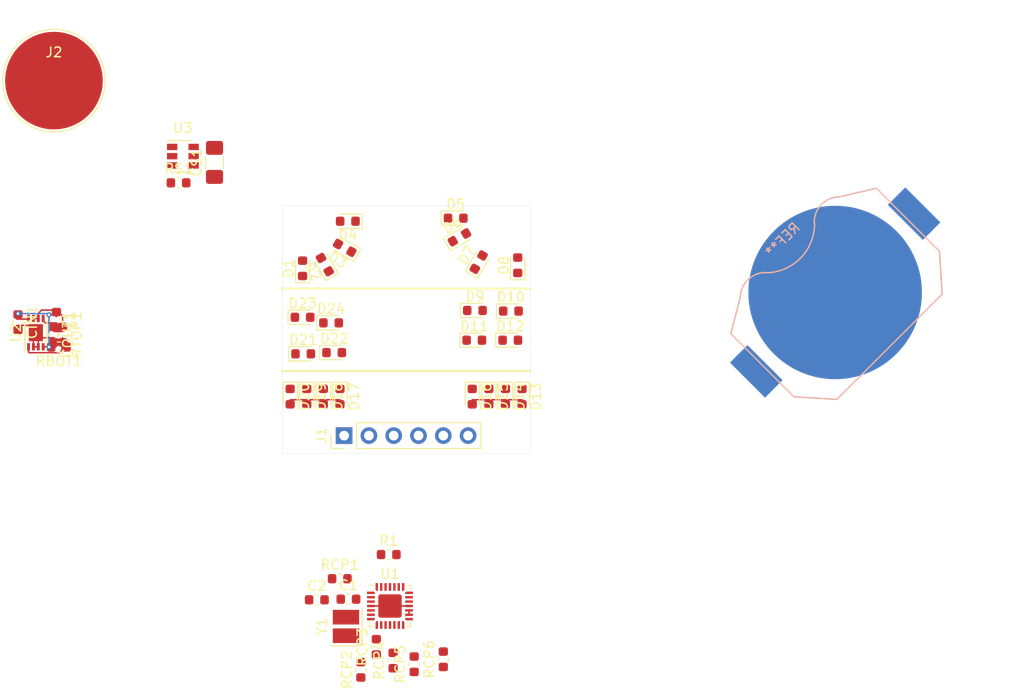
<source format=kicad_pcb>
(kicad_pcb (version 20171130) (host pcbnew 5.0.0)

  (general
    (thickness 0.16002)
    (drawings 11)
    (tracks 54)
    (zones 0)
    (modules 52)
    (nets 39)
  )

  (page A4)
  (layers
    (0 F.Cu signal)
    (31 B.Cu signal)
    (32 B.Adhes user)
    (33 F.Adhes user)
    (34 B.Paste user)
    (35 F.Paste user)
    (36 B.SilkS user)
    (37 F.SilkS user)
    (38 B.Mask user)
    (39 F.Mask user)
    (40 Dwgs.User user)
    (41 Cmts.User user)
    (42 Eco1.User user)
    (43 Eco2.User user)
    (44 Edge.Cuts user)
    (45 Margin user)
    (46 B.CrtYd user)
    (47 F.CrtYd user)
    (48 B.Fab user)
    (49 F.Fab user hide)
  )

  (setup
    (last_trace_width 0.1524)
    (trace_clearance 0.1524)
    (zone_clearance 0.508)
    (zone_45_only no)
    (trace_min 0.1524)
    (segment_width 0.2)
    (edge_width 0.2)
    (via_size 0.508)
    (via_drill 0.254)
    (via_min_size 0.508)
    (via_min_drill 0.254)
    (uvia_size 0.508)
    (uvia_drill 0.254)
    (uvias_allowed no)
    (uvia_min_size 0.2)
    (uvia_min_drill 0.1)
    (pcb_text_width 0.3)
    (pcb_text_size 1.5 1.5)
    (mod_edge_width 0.15)
    (mod_text_size 1 1)
    (mod_text_width 0.15)
    (pad_size 8 5.56)
    (pad_drill 0)
    (pad_to_mask_clearance 0.0508)
    (aux_axis_origin 0 0)
    (visible_elements FFFFFF7F)
    (pcbplotparams
      (layerselection 0x010fc_ffffffff)
      (usegerberextensions false)
      (usegerberattributes false)
      (usegerberadvancedattributes false)
      (creategerberjobfile false)
      (excludeedgelayer true)
      (linewidth 0.100000)
      (plotframeref false)
      (viasonmask false)
      (mode 1)
      (useauxorigin false)
      (hpglpennumber 1)
      (hpglpenspeed 20)
      (hpglpendiameter 15.000000)
      (psnegative false)
      (psa4output false)
      (plotreference true)
      (plotvalue true)
      (plotinvisibletext false)
      (padsonsilk false)
      (subtractmaskfromsilk false)
      (outputformat 1)
      (mirror false)
      (drillshape 1)
      (scaleselection 1)
      (outputdirectory ""))
  )

  (net 0 "")
  (net 1 "Net-(C1-Pad2)")
  (net 2 GND)
  (net 3 "Net-(C2-Pad1)")
  (net 4 "Net-(BT1-Pad1)")
  (net 5 +3V3)
  (net 6 "Net-(CS1-Pad1)")
  (net 7 "Net-(CS1-Pad2)")
  (net 8 "Net-(L1-Pad2)")
  (net 9 CP1)
  (net 10 CP2)
  (net 11 CP3)
  (net 12 CP4)
  (net 13 RESET)
  (net 14 CP5)
  (net 15 CP6)
  (net 16 "Net-(RBOT1-Pad1)")
  (net 17 "Net-(U1-Pad2)")
  (net 18 "Net-(U1-Pad9)")
  (net 19 CAPSENSE)
  (net 20 MISO)
  (net 21 SCK)
  (net 22 "Net-(U1-Pad19)")
  (net 23 "Net-(U1-Pad20)")
  (net 24 "Net-(U1-Pad21)")
  (net 25 "Net-(U1-Pad22)")
  (net 26 "Net-(U1-Pad23)")
  (net 27 "Net-(U1-Pad24)")
  (net 28 "Net-(U1-Pad26)")
  (net 29 "Net-(U1-Pad27)")
  (net 30 "Net-(U1-Pad28)")
  (net 31 "Net-(CPR4-Pad1)")
  (net 32 "Net-(CPR5-Pad1)")
  (net 33 "Net-(J2-Pad1)")
  (net 34 "Net-(D10-Pad2)")
  (net 35 "Net-(D1-Pad2)")
  (net 36 "Net-(D10-Pad1)")
  (net 37 "Net-(D1-Pad1)")
  (net 38 "Net-(D11-Pad1)")

  (net_class Default "This is the default net class."
    (clearance 0.1524)
    (trace_width 0.1524)
    (via_dia 0.508)
    (via_drill 0.254)
    (uvia_dia 0.508)
    (uvia_drill 0.254)
    (add_net +3V3)
    (add_net CAPSENSE)
    (add_net CP1)
    (add_net CP2)
    (add_net CP3)
    (add_net CP4)
    (add_net CP5)
    (add_net CP6)
    (add_net GND)
    (add_net MISO)
    (add_net "Net-(BT1-Pad1)")
    (add_net "Net-(C1-Pad2)")
    (add_net "Net-(C2-Pad1)")
    (add_net "Net-(CPR4-Pad1)")
    (add_net "Net-(CPR5-Pad1)")
    (add_net "Net-(CS1-Pad1)")
    (add_net "Net-(CS1-Pad2)")
    (add_net "Net-(D1-Pad1)")
    (add_net "Net-(D1-Pad2)")
    (add_net "Net-(D10-Pad1)")
    (add_net "Net-(D10-Pad2)")
    (add_net "Net-(D11-Pad1)")
    (add_net "Net-(J2-Pad1)")
    (add_net "Net-(L1-Pad2)")
    (add_net "Net-(RBOT1-Pad1)")
    (add_net "Net-(U1-Pad19)")
    (add_net "Net-(U1-Pad2)")
    (add_net "Net-(U1-Pad20)")
    (add_net "Net-(U1-Pad21)")
    (add_net "Net-(U1-Pad22)")
    (add_net "Net-(U1-Pad23)")
    (add_net "Net-(U1-Pad24)")
    (add_net "Net-(U1-Pad26)")
    (add_net "Net-(U1-Pad27)")
    (add_net "Net-(U1-Pad28)")
    (add_net "Net-(U1-Pad9)")
    (add_net RESET)
    (add_net SCK)
  )

  (module Capacitor_SMD:C_0603_1608Metric (layer F.Cu) (tedit 5B301BBE) (tstamp 5C0834EC)
    (at 189.2935 155.3845)
    (descr "Capacitor SMD 0603 (1608 Metric), square (rectangular) end terminal, IPC_7351 nominal, (Body size source: http://www.tortai-tech.com/upload/download/2011102023233369053.pdf), generated with kicad-footprint-generator")
    (tags capacitor)
    (path /5BB1D762)
    (attr smd)
    (fp_text reference C1 (at 0 -1.43) (layer F.SilkS)
      (effects (font (size 1 1) (thickness 0.15)))
    )
    (fp_text value C (at 0 1.43) (layer F.Fab)
      (effects (font (size 1 1) (thickness 0.15)))
    )
    (fp_line (start -0.8 0.4) (end -0.8 -0.4) (layer F.Fab) (width 0.1))
    (fp_line (start -0.8 -0.4) (end 0.8 -0.4) (layer F.Fab) (width 0.1))
    (fp_line (start 0.8 -0.4) (end 0.8 0.4) (layer F.Fab) (width 0.1))
    (fp_line (start 0.8 0.4) (end -0.8 0.4) (layer F.Fab) (width 0.1))
    (fp_line (start -0.162779 -0.51) (end 0.162779 -0.51) (layer F.SilkS) (width 0.12))
    (fp_line (start -0.162779 0.51) (end 0.162779 0.51) (layer F.SilkS) (width 0.12))
    (fp_line (start -1.48 0.73) (end -1.48 -0.73) (layer F.CrtYd) (width 0.05))
    (fp_line (start -1.48 -0.73) (end 1.48 -0.73) (layer F.CrtYd) (width 0.05))
    (fp_line (start 1.48 -0.73) (end 1.48 0.73) (layer F.CrtYd) (width 0.05))
    (fp_line (start 1.48 0.73) (end -1.48 0.73) (layer F.CrtYd) (width 0.05))
    (fp_text user %R (at 0 0) (layer F.Fab)
      (effects (font (size 0.4 0.4) (thickness 0.06)))
    )
    (pad 1 smd roundrect (at -0.7875 0) (size 0.875 0.95) (layers F.Cu F.Paste F.Mask) (roundrect_rratio 0.25)
      (net 2 GND))
    (pad 2 smd roundrect (at 0.7875 0) (size 0.875 0.95) (layers F.Cu F.Paste F.Mask) (roundrect_rratio 0.25)
      (net 1 "Net-(C1-Pad2)"))
    (model ${KISYS3DMOD}/Capacitor_SMD.3dshapes/C_0603_1608Metric.wrl
      (at (xyz 0 0 0))
      (scale (xyz 1 1 1))
      (rotate (xyz 0 0 0))
    )
  )

  (module Resistor_SMD:R_0603_1608Metric (layer F.Cu) (tedit 5B301BBD) (tstamp 5C083CC7)
    (at 196.0245 162.052 90)
    (descr "Resistor SMD 0603 (1608 Metric), square (rectangular) end terminal, IPC_7351 nominal, (Body size source: http://www.tortai-tech.com/upload/download/2011102023233369053.pdf), generated with kicad-footprint-generator")
    (tags resistor)
    (path /5BA300B1)
    (attr smd)
    (fp_text reference RCP5 (at 0 -1.43 90) (layer F.SilkS)
      (effects (font (size 1 1) (thickness 0.15)))
    )
    (fp_text value R (at 0 1.43 90) (layer F.Fab)
      (effects (font (size 1 1) (thickness 0.15)))
    )
    (fp_text user %R (at 0 0 90) (layer F.Fab)
      (effects (font (size 0.4 0.4) (thickness 0.06)))
    )
    (fp_line (start 1.48 0.73) (end -1.48 0.73) (layer F.CrtYd) (width 0.05))
    (fp_line (start 1.48 -0.73) (end 1.48 0.73) (layer F.CrtYd) (width 0.05))
    (fp_line (start -1.48 -0.73) (end 1.48 -0.73) (layer F.CrtYd) (width 0.05))
    (fp_line (start -1.48 0.73) (end -1.48 -0.73) (layer F.CrtYd) (width 0.05))
    (fp_line (start -0.162779 0.51) (end 0.162779 0.51) (layer F.SilkS) (width 0.12))
    (fp_line (start -0.162779 -0.51) (end 0.162779 -0.51) (layer F.SilkS) (width 0.12))
    (fp_line (start 0.8 0.4) (end -0.8 0.4) (layer F.Fab) (width 0.1))
    (fp_line (start 0.8 -0.4) (end 0.8 0.4) (layer F.Fab) (width 0.1))
    (fp_line (start -0.8 -0.4) (end 0.8 -0.4) (layer F.Fab) (width 0.1))
    (fp_line (start -0.8 0.4) (end -0.8 -0.4) (layer F.Fab) (width 0.1))
    (pad 2 smd roundrect (at 0.7875 0 90) (size 0.875 0.95) (layers F.Cu F.Paste F.Mask) (roundrect_rratio 0.25)
      (net 14 CP5))
    (pad 1 smd roundrect (at -0.7875 0 90) (size 0.875 0.95) (layers F.Cu F.Paste F.Mask) (roundrect_rratio 0.25)
      (net 36 "Net-(D10-Pad1)"))
    (model ${KISYS3DMOD}/Resistor_SMD.3dshapes/R_0603_1608Metric.wrl
      (at (xyz 0 0 0))
      (scale (xyz 1 1 1))
      (rotate (xyz 0 0 0))
    )
  )

  (module Resistor_SMD:R_0603_1608Metric (layer F.Cu) (tedit 5B301BBD) (tstamp 5C083C76)
    (at 188.4045 153.289)
    (descr "Resistor SMD 0603 (1608 Metric), square (rectangular) end terminal, IPC_7351 nominal, (Body size source: http://www.tortai-tech.com/upload/download/2011102023233369053.pdf), generated with kicad-footprint-generator")
    (tags resistor)
    (path /5BA30099)
    (attr smd)
    (fp_text reference RCP1 (at 0 -1.43) (layer F.SilkS)
      (effects (font (size 1 1) (thickness 0.15)))
    )
    (fp_text value R (at 0 1.43) (layer F.Fab)
      (effects (font (size 1 1) (thickness 0.15)))
    )
    (fp_line (start -0.8 0.4) (end -0.8 -0.4) (layer F.Fab) (width 0.1))
    (fp_line (start -0.8 -0.4) (end 0.8 -0.4) (layer F.Fab) (width 0.1))
    (fp_line (start 0.8 -0.4) (end 0.8 0.4) (layer F.Fab) (width 0.1))
    (fp_line (start 0.8 0.4) (end -0.8 0.4) (layer F.Fab) (width 0.1))
    (fp_line (start -0.162779 -0.51) (end 0.162779 -0.51) (layer F.SilkS) (width 0.12))
    (fp_line (start -0.162779 0.51) (end 0.162779 0.51) (layer F.SilkS) (width 0.12))
    (fp_line (start -1.48 0.73) (end -1.48 -0.73) (layer F.CrtYd) (width 0.05))
    (fp_line (start -1.48 -0.73) (end 1.48 -0.73) (layer F.CrtYd) (width 0.05))
    (fp_line (start 1.48 -0.73) (end 1.48 0.73) (layer F.CrtYd) (width 0.05))
    (fp_line (start 1.48 0.73) (end -1.48 0.73) (layer F.CrtYd) (width 0.05))
    (fp_text user %R (at 0 0) (layer F.Fab)
      (effects (font (size 0.4 0.4) (thickness 0.06)))
    )
    (pad 1 smd roundrect (at -0.7875 0) (size 0.875 0.95) (layers F.Cu F.Paste F.Mask) (roundrect_rratio 0.25)
      (net 35 "Net-(D1-Pad2)"))
    (pad 2 smd roundrect (at 0.7875 0) (size 0.875 0.95) (layers F.Cu F.Paste F.Mask) (roundrect_rratio 0.25)
      (net 9 CP1))
    (model ${KISYS3DMOD}/Resistor_SMD.3dshapes/R_0603_1608Metric.wrl
      (at (xyz 0 0 0))
      (scale (xyz 1 1 1))
      (rotate (xyz 0 0 0))
    )
  )

  (module Resistor_SMD:R_0603_1608Metric (layer F.Cu) (tedit 5B301BBD) (tstamp 5C083CE9)
    (at 193.8655 161.671 90)
    (descr "Resistor SMD 0603 (1608 Metric), square (rectangular) end terminal, IPC_7351 nominal, (Body size source: http://www.tortai-tech.com/upload/download/2011102023233369053.pdf), generated with kicad-footprint-generator")
    (tags resistor)
    (path /5BA300AB)
    (attr smd)
    (fp_text reference RCP4 (at 0 -1.43 90) (layer F.SilkS)
      (effects (font (size 1 1) (thickness 0.15)))
    )
    (fp_text value R (at 0 1.43 90) (layer F.Fab)
      (effects (font (size 1 1) (thickness 0.15)))
    )
    (fp_text user %R (at 0 0 90) (layer F.Fab)
      (effects (font (size 0.4 0.4) (thickness 0.06)))
    )
    (fp_line (start 1.48 0.73) (end -1.48 0.73) (layer F.CrtYd) (width 0.05))
    (fp_line (start 1.48 -0.73) (end 1.48 0.73) (layer F.CrtYd) (width 0.05))
    (fp_line (start -1.48 -0.73) (end 1.48 -0.73) (layer F.CrtYd) (width 0.05))
    (fp_line (start -1.48 0.73) (end -1.48 -0.73) (layer F.CrtYd) (width 0.05))
    (fp_line (start -0.162779 0.51) (end 0.162779 0.51) (layer F.SilkS) (width 0.12))
    (fp_line (start -0.162779 -0.51) (end 0.162779 -0.51) (layer F.SilkS) (width 0.12))
    (fp_line (start 0.8 0.4) (end -0.8 0.4) (layer F.Fab) (width 0.1))
    (fp_line (start 0.8 -0.4) (end 0.8 0.4) (layer F.Fab) (width 0.1))
    (fp_line (start -0.8 -0.4) (end 0.8 -0.4) (layer F.Fab) (width 0.1))
    (fp_line (start -0.8 0.4) (end -0.8 -0.4) (layer F.Fab) (width 0.1))
    (pad 2 smd roundrect (at 0.7875 0 90) (size 0.875 0.95) (layers F.Cu F.Paste F.Mask) (roundrect_rratio 0.25)
      (net 12 CP4))
    (pad 1 smd roundrect (at -0.7875 0 90) (size 0.875 0.95) (layers F.Cu F.Paste F.Mask) (roundrect_rratio 0.25)
      (net 38 "Net-(D11-Pad1)"))
    (model ${KISYS3DMOD}/Resistor_SMD.3dshapes/R_0603_1608Metric.wrl
      (at (xyz 0 0 0))
      (scale (xyz 1 1 1))
      (rotate (xyz 0 0 0))
    )
  )

  (module Resistor_SMD:R_0603_1608Metric (layer F.Cu) (tedit 5B301BBD) (tstamp 5C083C14)
    (at 192.151 160.274 90)
    (descr "Resistor SMD 0603 (1608 Metric), square (rectangular) end terminal, IPC_7351 nominal, (Body size source: http://www.tortai-tech.com/upload/download/2011102023233369053.pdf), generated with kicad-footprint-generator")
    (tags resistor)
    (path /5BA300A5)
    (attr smd)
    (fp_text reference RCP3 (at 0 -1.43 90) (layer F.SilkS)
      (effects (font (size 1 1) (thickness 0.15)))
    )
    (fp_text value R (at 0 1.43 90) (layer F.Fab)
      (effects (font (size 1 1) (thickness 0.15)))
    )
    (fp_line (start -0.8 0.4) (end -0.8 -0.4) (layer F.Fab) (width 0.1))
    (fp_line (start -0.8 -0.4) (end 0.8 -0.4) (layer F.Fab) (width 0.1))
    (fp_line (start 0.8 -0.4) (end 0.8 0.4) (layer F.Fab) (width 0.1))
    (fp_line (start 0.8 0.4) (end -0.8 0.4) (layer F.Fab) (width 0.1))
    (fp_line (start -0.162779 -0.51) (end 0.162779 -0.51) (layer F.SilkS) (width 0.12))
    (fp_line (start -0.162779 0.51) (end 0.162779 0.51) (layer F.SilkS) (width 0.12))
    (fp_line (start -1.48 0.73) (end -1.48 -0.73) (layer F.CrtYd) (width 0.05))
    (fp_line (start -1.48 -0.73) (end 1.48 -0.73) (layer F.CrtYd) (width 0.05))
    (fp_line (start 1.48 -0.73) (end 1.48 0.73) (layer F.CrtYd) (width 0.05))
    (fp_line (start 1.48 0.73) (end -1.48 0.73) (layer F.CrtYd) (width 0.05))
    (fp_text user %R (at 0 0 90) (layer F.Fab)
      (effects (font (size 0.4 0.4) (thickness 0.06)))
    )
    (pad 1 smd roundrect (at -0.7875 0 90) (size 0.875 0.95) (layers F.Cu F.Paste F.Mask) (roundrect_rratio 0.25)
      (net 34 "Net-(D10-Pad2)"))
    (pad 2 smd roundrect (at 0.7875 0 90) (size 0.875 0.95) (layers F.Cu F.Paste F.Mask) (roundrect_rratio 0.25)
      (net 11 CP3))
    (model ${KISYS3DMOD}/Resistor_SMD.3dshapes/R_0603_1608Metric.wrl
      (at (xyz 0 0 0))
      (scale (xyz 1 1 1))
      (rotate (xyz 0 0 0))
    )
  )

  (module Resistor_SMD:R_0603_1608Metric (layer F.Cu) (tedit 5B301BBD) (tstamp 5C083C25)
    (at 190.5635 162.6235 90)
    (descr "Resistor SMD 0603 (1608 Metric), square (rectangular) end terminal, IPC_7351 nominal, (Body size source: http://www.tortai-tech.com/upload/download/2011102023233369053.pdf), generated with kicad-footprint-generator")
    (tags resistor)
    (path /5BA3009F)
    (attr smd)
    (fp_text reference RCP2 (at 0 -1.43 90) (layer F.SilkS)
      (effects (font (size 1 1) (thickness 0.15)))
    )
    (fp_text value R (at 0 1.43 90) (layer F.Fab)
      (effects (font (size 1 1) (thickness 0.15)))
    )
    (fp_text user %R (at 0 0 90) (layer F.Fab)
      (effects (font (size 0.4 0.4) (thickness 0.06)))
    )
    (fp_line (start 1.48 0.73) (end -1.48 0.73) (layer F.CrtYd) (width 0.05))
    (fp_line (start 1.48 -0.73) (end 1.48 0.73) (layer F.CrtYd) (width 0.05))
    (fp_line (start -1.48 -0.73) (end 1.48 -0.73) (layer F.CrtYd) (width 0.05))
    (fp_line (start -1.48 0.73) (end -1.48 -0.73) (layer F.CrtYd) (width 0.05))
    (fp_line (start -0.162779 0.51) (end 0.162779 0.51) (layer F.SilkS) (width 0.12))
    (fp_line (start -0.162779 -0.51) (end 0.162779 -0.51) (layer F.SilkS) (width 0.12))
    (fp_line (start 0.8 0.4) (end -0.8 0.4) (layer F.Fab) (width 0.1))
    (fp_line (start 0.8 -0.4) (end 0.8 0.4) (layer F.Fab) (width 0.1))
    (fp_line (start -0.8 -0.4) (end 0.8 -0.4) (layer F.Fab) (width 0.1))
    (fp_line (start -0.8 0.4) (end -0.8 -0.4) (layer F.Fab) (width 0.1))
    (pad 2 smd roundrect (at 0.7875 0 90) (size 0.875 0.95) (layers F.Cu F.Paste F.Mask) (roundrect_rratio 0.25)
      (net 10 CP2))
    (pad 1 smd roundrect (at -0.7875 0 90) (size 0.875 0.95) (layers F.Cu F.Paste F.Mask) (roundrect_rratio 0.25)
      (net 35 "Net-(D1-Pad2)"))
    (model ${KISYS3DMOD}/Resistor_SMD.3dshapes/R_0603_1608Metric.wrl
      (at (xyz 0 0 0))
      (scale (xyz 1 1 1))
      (rotate (xyz 0 0 0))
    )
  )

  (module Resistor_SMD:R_0603_1608Metric (layer F.Cu) (tedit 5B301BBD) (tstamp 5C083CD8)
    (at 199.009 161.544 90)
    (descr "Resistor SMD 0603 (1608 Metric), square (rectangular) end terminal, IPC_7351 nominal, (Body size source: http://www.tortai-tech.com/upload/download/2011102023233369053.pdf), generated with kicad-footprint-generator")
    (tags resistor)
    (path /5BA300B7)
    (attr smd)
    (fp_text reference RCP6 (at 0 -1.43 90) (layer F.SilkS)
      (effects (font (size 1 1) (thickness 0.15)))
    )
    (fp_text value R (at 0 1.43 90) (layer F.Fab)
      (effects (font (size 1 1) (thickness 0.15)))
    )
    (fp_line (start -0.8 0.4) (end -0.8 -0.4) (layer F.Fab) (width 0.1))
    (fp_line (start -0.8 -0.4) (end 0.8 -0.4) (layer F.Fab) (width 0.1))
    (fp_line (start 0.8 -0.4) (end 0.8 0.4) (layer F.Fab) (width 0.1))
    (fp_line (start 0.8 0.4) (end -0.8 0.4) (layer F.Fab) (width 0.1))
    (fp_line (start -0.162779 -0.51) (end 0.162779 -0.51) (layer F.SilkS) (width 0.12))
    (fp_line (start -0.162779 0.51) (end 0.162779 0.51) (layer F.SilkS) (width 0.12))
    (fp_line (start -1.48 0.73) (end -1.48 -0.73) (layer F.CrtYd) (width 0.05))
    (fp_line (start -1.48 -0.73) (end 1.48 -0.73) (layer F.CrtYd) (width 0.05))
    (fp_line (start 1.48 -0.73) (end 1.48 0.73) (layer F.CrtYd) (width 0.05))
    (fp_line (start 1.48 0.73) (end -1.48 0.73) (layer F.CrtYd) (width 0.05))
    (fp_text user %R (at 0 0 90) (layer F.Fab)
      (effects (font (size 0.4 0.4) (thickness 0.06)))
    )
    (pad 1 smd roundrect (at -0.7875 0 90) (size 0.875 0.95) (layers F.Cu F.Paste F.Mask) (roundrect_rratio 0.25)
      (net 37 "Net-(D1-Pad1)"))
    (pad 2 smd roundrect (at 0.7875 0 90) (size 0.875 0.95) (layers F.Cu F.Paste F.Mask) (roundrect_rratio 0.25)
      (net 15 CP6))
    (model ${KISYS3DMOD}/Resistor_SMD.3dshapes/R_0603_1608Metric.wrl
      (at (xyz 0 0 0))
      (scale (xyz 1 1 1))
      (rotate (xyz 0 0 0))
    )
  )

  (module Capacitor_SMD:C_1206_3216Metric_Pad1.42x1.75mm_HandSolder (layer F.Cu) (tedit 5B301BBE) (tstamp 5C08418A)
    (at 175.5775 110.617 90)
    (descr "Capacitor SMD 1206 (3216 Metric), square (rectangular) end terminal, IPC_7351 nominal with elongated pad for handsoldering. (Body size source: http://www.tortai-tech.com/upload/download/2011102023233369053.pdf), generated with kicad-footprint-generator")
    (tags "capacitor handsolder")
    (path /5BAB9A9B)
    (attr smd)
    (fp_text reference CS1 (at 0 -1.82 90) (layer F.SilkS)
      (effects (font (size 1 1) (thickness 0.15)))
    )
    (fp_text value 22nF (at 0 1.82 90) (layer F.Fab)
      (effects (font (size 1 1) (thickness 0.15)))
    )
    (fp_line (start -1.6 0.8) (end -1.6 -0.8) (layer F.Fab) (width 0.1))
    (fp_line (start -1.6 -0.8) (end 1.6 -0.8) (layer F.Fab) (width 0.1))
    (fp_line (start 1.6 -0.8) (end 1.6 0.8) (layer F.Fab) (width 0.1))
    (fp_line (start 1.6 0.8) (end -1.6 0.8) (layer F.Fab) (width 0.1))
    (fp_line (start -0.602064 -0.91) (end 0.602064 -0.91) (layer F.SilkS) (width 0.12))
    (fp_line (start -0.602064 0.91) (end 0.602064 0.91) (layer F.SilkS) (width 0.12))
    (fp_line (start -2.45 1.12) (end -2.45 -1.12) (layer F.CrtYd) (width 0.05))
    (fp_line (start -2.45 -1.12) (end 2.45 -1.12) (layer F.CrtYd) (width 0.05))
    (fp_line (start 2.45 -1.12) (end 2.45 1.12) (layer F.CrtYd) (width 0.05))
    (fp_line (start 2.45 1.12) (end -2.45 1.12) (layer F.CrtYd) (width 0.05))
    (fp_text user %R (at 0 0 90) (layer F.Fab)
      (effects (font (size 0.8 0.8) (thickness 0.12)))
    )
    (pad 1 smd roundrect (at -1.4875 0 90) (size 1.425 1.75) (layers F.Cu F.Paste F.Mask) (roundrect_rratio 0.175439)
      (net 6 "Net-(CS1-Pad1)"))
    (pad 2 smd roundrect (at 1.4875 0 90) (size 1.425 1.75) (layers F.Cu F.Paste F.Mask) (roundrect_rratio 0.175439)
      (net 7 "Net-(CS1-Pad2)"))
    (model ${KISYS3DMOD}/Capacitor_SMD.3dshapes/C_1206_3216Metric.wrl
      (at (xyz 0 0 0))
      (scale (xyz 1 1 1))
      (rotate (xyz 0 0 0))
    )
  )

  (module Capacitor_SMD:C_0603_1608Metric (layer F.Cu) (tedit 5B301BBE) (tstamp 5C0834DC)
    (at 186.055 155.448)
    (descr "Capacitor SMD 0603 (1608 Metric), square (rectangular) end terminal, IPC_7351 nominal, (Body size source: http://www.tortai-tech.com/upload/download/2011102023233369053.pdf), generated with kicad-footprint-generator")
    (tags capacitor)
    (path /5BB1D8E0)
    (attr smd)
    (fp_text reference C2 (at 0 -1.43) (layer F.SilkS)
      (effects (font (size 1 1) (thickness 0.15)))
    )
    (fp_text value C (at 0 1.43) (layer F.Fab)
      (effects (font (size 1 1) (thickness 0.15)))
    )
    (fp_text user %R (at 0 0) (layer F.Fab)
      (effects (font (size 0.4 0.4) (thickness 0.06)))
    )
    (fp_line (start 1.48 0.73) (end -1.48 0.73) (layer F.CrtYd) (width 0.05))
    (fp_line (start 1.48 -0.73) (end 1.48 0.73) (layer F.CrtYd) (width 0.05))
    (fp_line (start -1.48 -0.73) (end 1.48 -0.73) (layer F.CrtYd) (width 0.05))
    (fp_line (start -1.48 0.73) (end -1.48 -0.73) (layer F.CrtYd) (width 0.05))
    (fp_line (start -0.162779 0.51) (end 0.162779 0.51) (layer F.SilkS) (width 0.12))
    (fp_line (start -0.162779 -0.51) (end 0.162779 -0.51) (layer F.SilkS) (width 0.12))
    (fp_line (start 0.8 0.4) (end -0.8 0.4) (layer F.Fab) (width 0.1))
    (fp_line (start 0.8 -0.4) (end 0.8 0.4) (layer F.Fab) (width 0.1))
    (fp_line (start -0.8 -0.4) (end 0.8 -0.4) (layer F.Fab) (width 0.1))
    (fp_line (start -0.8 0.4) (end -0.8 -0.4) (layer F.Fab) (width 0.1))
    (pad 2 smd roundrect (at 0.7875 0) (size 0.875 0.95) (layers F.Cu F.Paste F.Mask) (roundrect_rratio 0.25)
      (net 2 GND))
    (pad 1 smd roundrect (at -0.7875 0) (size 0.875 0.95) (layers F.Cu F.Paste F.Mask) (roundrect_rratio 0.25)
      (net 3 "Net-(C2-Pad1)"))
    (model ${KISYS3DMOD}/Capacitor_SMD.3dshapes/C_0603_1608Metric.wrl
      (at (xyz 0 0 0))
      (scale (xyz 1 1 1))
      (rotate (xyz 0 0 0))
    )
  )

  (module Capacitor_SMD:C_0603_1608Metric (layer F.Cu) (tedit 5B301BBE) (tstamp 5C0834CC)
    (at 155.448 127 270)
    (descr "Capacitor SMD 0603 (1608 Metric), square (rectangular) end terminal, IPC_7351 nominal, (Body size source: http://www.tortai-tech.com/upload/download/2011102023233369053.pdf), generated with kicad-footprint-generator")
    (tags capacitor)
    (path /5BB41229)
    (attr smd)
    (fp_text reference CIN1 (at 0 -1.43 270) (layer F.SilkS)
      (effects (font (size 1 1) (thickness 0.15)))
    )
    (fp_text value 4.7uF (at 0 1.43 270) (layer F.Fab)
      (effects (font (size 1 1) (thickness 0.15)))
    )
    (fp_line (start -0.8 0.4) (end -0.8 -0.4) (layer F.Fab) (width 0.1))
    (fp_line (start -0.8 -0.4) (end 0.8 -0.4) (layer F.Fab) (width 0.1))
    (fp_line (start 0.8 -0.4) (end 0.8 0.4) (layer F.Fab) (width 0.1))
    (fp_line (start 0.8 0.4) (end -0.8 0.4) (layer F.Fab) (width 0.1))
    (fp_line (start -0.162779 -0.51) (end 0.162779 -0.51) (layer F.SilkS) (width 0.12))
    (fp_line (start -0.162779 0.51) (end 0.162779 0.51) (layer F.SilkS) (width 0.12))
    (fp_line (start -1.48 0.73) (end -1.48 -0.73) (layer F.CrtYd) (width 0.05))
    (fp_line (start -1.48 -0.73) (end 1.48 -0.73) (layer F.CrtYd) (width 0.05))
    (fp_line (start 1.48 -0.73) (end 1.48 0.73) (layer F.CrtYd) (width 0.05))
    (fp_line (start 1.48 0.73) (end -1.48 0.73) (layer F.CrtYd) (width 0.05))
    (fp_text user %R (at 0 0 270) (layer F.Fab)
      (effects (font (size 0.4 0.4) (thickness 0.06)))
    )
    (pad 1 smd roundrect (at -0.7875 0 270) (size 0.875 0.95) (layers F.Cu F.Paste F.Mask) (roundrect_rratio 0.25)
      (net 4 "Net-(BT1-Pad1)"))
    (pad 2 smd roundrect (at 0.7875 0 270) (size 0.875 0.95) (layers F.Cu F.Paste F.Mask) (roundrect_rratio 0.25)
      (net 2 GND))
    (model ${KISYS3DMOD}/Capacitor_SMD.3dshapes/C_0603_1608Metric.wrl
      (at (xyz 0 0 0))
      (scale (xyz 1 1 1))
      (rotate (xyz 0 0 0))
    )
  )

  (module Capacitor_SMD:C_0603_1608Metric (layer F.Cu) (tedit 5B301BBE) (tstamp 5C0834BC)
    (at 159.131 128.27 270)
    (descr "Capacitor SMD 0603 (1608 Metric), square (rectangular) end terminal, IPC_7351 nominal, (Body size source: http://www.tortai-tech.com/upload/download/2011102023233369053.pdf), generated with kicad-footprint-generator")
    (tags capacitor)
    (path /5BB6C695)
    (attr smd)
    (fp_text reference COUT1 (at 0 -1.43 270) (layer F.SilkS)
      (effects (font (size 1 1) (thickness 0.15)))
    )
    (fp_text value 10uF (at 0 1.43 270) (layer F.Fab)
      (effects (font (size 1 1) (thickness 0.15)))
    )
    (fp_text user %R (at 0 0 270) (layer F.Fab)
      (effects (font (size 0.4 0.4) (thickness 0.06)))
    )
    (fp_line (start 1.48 0.73) (end -1.48 0.73) (layer F.CrtYd) (width 0.05))
    (fp_line (start 1.48 -0.73) (end 1.48 0.73) (layer F.CrtYd) (width 0.05))
    (fp_line (start -1.48 -0.73) (end 1.48 -0.73) (layer F.CrtYd) (width 0.05))
    (fp_line (start -1.48 0.73) (end -1.48 -0.73) (layer F.CrtYd) (width 0.05))
    (fp_line (start -0.162779 0.51) (end 0.162779 0.51) (layer F.SilkS) (width 0.12))
    (fp_line (start -0.162779 -0.51) (end 0.162779 -0.51) (layer F.SilkS) (width 0.12))
    (fp_line (start 0.8 0.4) (end -0.8 0.4) (layer F.Fab) (width 0.1))
    (fp_line (start 0.8 -0.4) (end 0.8 0.4) (layer F.Fab) (width 0.1))
    (fp_line (start -0.8 -0.4) (end 0.8 -0.4) (layer F.Fab) (width 0.1))
    (fp_line (start -0.8 0.4) (end -0.8 -0.4) (layer F.Fab) (width 0.1))
    (pad 2 smd roundrect (at 0.7875 0 270) (size 0.875 0.95) (layers F.Cu F.Paste F.Mask) (roundrect_rratio 0.25)
      (net 2 GND))
    (pad 1 smd roundrect (at -0.7875 0 270) (size 0.875 0.95) (layers F.Cu F.Paste F.Mask) (roundrect_rratio 0.25)
      (net 5 +3V3))
    (model ${KISYS3DMOD}/Capacitor_SMD.3dshapes/C_0603_1608Metric.wrl
      (at (xyz 0 0 0))
      (scale (xyz 1 1 1))
      (rotate (xyz 0 0 0))
    )
  )

  (module Inductor_SMD:L_0603_1608Metric (layer F.Cu) (tedit 5B301BBE) (tstamp 5C083448)
    (at 159.385 126.746 270)
    (descr "Inductor SMD 0603 (1608 Metric), square (rectangular) end terminal, IPC_7351 nominal, (Body size source: http://www.tortai-tech.com/upload/download/2011102023233369053.pdf), generated with kicad-footprint-generator")
    (tags inductor)
    (path /5BB55C31)
    (attr smd)
    (fp_text reference L1 (at 0 -1.43 270) (layer F.SilkS)
      (effects (font (size 1 1) (thickness 0.15)))
    )
    (fp_text value 4.7uH (at 0 1.43 270) (layer F.Fab)
      (effects (font (size 1 1) (thickness 0.15)))
    )
    (fp_line (start -0.8 0.4) (end -0.8 -0.4) (layer F.Fab) (width 0.1))
    (fp_line (start -0.8 -0.4) (end 0.8 -0.4) (layer F.Fab) (width 0.1))
    (fp_line (start 0.8 -0.4) (end 0.8 0.4) (layer F.Fab) (width 0.1))
    (fp_line (start 0.8 0.4) (end -0.8 0.4) (layer F.Fab) (width 0.1))
    (fp_line (start -0.162779 -0.51) (end 0.162779 -0.51) (layer F.SilkS) (width 0.12))
    (fp_line (start -0.162779 0.51) (end 0.162779 0.51) (layer F.SilkS) (width 0.12))
    (fp_line (start -1.48 0.73) (end -1.48 -0.73) (layer F.CrtYd) (width 0.05))
    (fp_line (start -1.48 -0.73) (end 1.48 -0.73) (layer F.CrtYd) (width 0.05))
    (fp_line (start 1.48 -0.73) (end 1.48 0.73) (layer F.CrtYd) (width 0.05))
    (fp_line (start 1.48 0.73) (end -1.48 0.73) (layer F.CrtYd) (width 0.05))
    (fp_text user %R (at 0 0 270) (layer F.Fab)
      (effects (font (size 0.4 0.4) (thickness 0.06)))
    )
    (pad 1 smd roundrect (at -0.7875 0 270) (size 0.875 0.95) (layers F.Cu F.Paste F.Mask) (roundrect_rratio 0.25)
      (net 4 "Net-(BT1-Pad1)"))
    (pad 2 smd roundrect (at 0.7875 0 270) (size 0.875 0.95) (layers F.Cu F.Paste F.Mask) (roundrect_rratio 0.25)
      (net 8 "Net-(L1-Pad2)"))
    (model ${KISYS3DMOD}/Inductor_SMD.3dshapes/L_0603_1608Metric.wrl
      (at (xyz 0 0 0))
      (scale (xyz 1 1 1))
      (rotate (xyz 0 0 0))
    )
  )

  (module LED_SMD:LED_0603_1608Metric (layer F.Cu) (tedit 5B301BBE) (tstamp 5C083436)
    (at 207.0735 134.62 270)
    (descr "LED SMD 0603 (1608 Metric), square (rectangular) end terminal, IPC_7351 nominal, (Body size source: http://www.tortai-tech.com/upload/download/2011102023233369053.pdf), generated with kicad-footprint-generator")
    (tags diode)
    (path /5BA3001B)
    (attr smd)
    (fp_text reference D13 (at 0 -1.43 270) (layer F.SilkS)
      (effects (font (size 1 1) (thickness 0.15)))
    )
    (fp_text value LED (at 0 1.43 270) (layer F.Fab)
      (effects (font (size 1 1) (thickness 0.15)))
    )
    (fp_text user %R (at 0 0 270) (layer F.Fab)
      (effects (font (size 0.4 0.4) (thickness 0.06)))
    )
    (fp_line (start 1.48 0.73) (end -1.48 0.73) (layer F.CrtYd) (width 0.05))
    (fp_line (start 1.48 -0.73) (end 1.48 0.73) (layer F.CrtYd) (width 0.05))
    (fp_line (start -1.48 -0.73) (end 1.48 -0.73) (layer F.CrtYd) (width 0.05))
    (fp_line (start -1.48 0.73) (end -1.48 -0.73) (layer F.CrtYd) (width 0.05))
    (fp_line (start -1.485 0.735) (end 0.8 0.735) (layer F.SilkS) (width 0.12))
    (fp_line (start -1.485 -0.735) (end -1.485 0.735) (layer F.SilkS) (width 0.12))
    (fp_line (start 0.8 -0.735) (end -1.485 -0.735) (layer F.SilkS) (width 0.12))
    (fp_line (start 0.8 0.4) (end 0.8 -0.4) (layer F.Fab) (width 0.1))
    (fp_line (start -0.8 0.4) (end 0.8 0.4) (layer F.Fab) (width 0.1))
    (fp_line (start -0.8 -0.1) (end -0.8 0.4) (layer F.Fab) (width 0.1))
    (fp_line (start -0.5 -0.4) (end -0.8 -0.1) (layer F.Fab) (width 0.1))
    (fp_line (start 0.8 -0.4) (end -0.5 -0.4) (layer F.Fab) (width 0.1))
    (pad 2 smd roundrect (at 0.7875 0 270) (size 0.875 0.95) (layers F.Cu F.Paste F.Mask) (roundrect_rratio 0.25)
      (net 38 "Net-(D11-Pad1)"))
    (pad 1 smd roundrect (at -0.7875 0 270) (size 0.875 0.95) (layers F.Cu F.Paste F.Mask) (roundrect_rratio 0.25)
      (net 37 "Net-(D1-Pad1)"))
    (model ${KISYS3DMOD}/LED_SMD.3dshapes/LED_0603_1608Metric.wrl
      (at (xyz 0 0 0))
      (scale (xyz 1 1 1))
      (rotate (xyz 0 0 0))
    )
  )

  (module LED_SMD:LED_0603_1608Metric (layer F.Cu) (tedit 5B301BBE) (tstamp 5C083424)
    (at 201.9735 134.62 270)
    (descr "LED SMD 0603 (1608 Metric), square (rectangular) end terminal, IPC_7351 nominal, (Body size source: http://www.tortai-tech.com/upload/download/2011102023233369053.pdf), generated with kicad-footprint-generator")
    (tags diode)
    (path /5BA30087)
    (attr smd)
    (fp_text reference D16 (at 0 -1.43 270) (layer F.SilkS)
      (effects (font (size 1 1) (thickness 0.15)))
    )
    (fp_text value LED (at 0 1.43 270) (layer F.Fab)
      (effects (font (size 1 1) (thickness 0.15)))
    )
    (fp_line (start 0.8 -0.4) (end -0.5 -0.4) (layer F.Fab) (width 0.1))
    (fp_line (start -0.5 -0.4) (end -0.8 -0.1) (layer F.Fab) (width 0.1))
    (fp_line (start -0.8 -0.1) (end -0.8 0.4) (layer F.Fab) (width 0.1))
    (fp_line (start -0.8 0.4) (end 0.8 0.4) (layer F.Fab) (width 0.1))
    (fp_line (start 0.8 0.4) (end 0.8 -0.4) (layer F.Fab) (width 0.1))
    (fp_line (start 0.8 -0.735) (end -1.485 -0.735) (layer F.SilkS) (width 0.12))
    (fp_line (start -1.485 -0.735) (end -1.485 0.735) (layer F.SilkS) (width 0.12))
    (fp_line (start -1.485 0.735) (end 0.8 0.735) (layer F.SilkS) (width 0.12))
    (fp_line (start -1.48 0.73) (end -1.48 -0.73) (layer F.CrtYd) (width 0.05))
    (fp_line (start -1.48 -0.73) (end 1.48 -0.73) (layer F.CrtYd) (width 0.05))
    (fp_line (start 1.48 -0.73) (end 1.48 0.73) (layer F.CrtYd) (width 0.05))
    (fp_line (start 1.48 0.73) (end -1.48 0.73) (layer F.CrtYd) (width 0.05))
    (fp_text user %R (at 0 0 270) (layer F.Fab)
      (effects (font (size 0.4 0.4) (thickness 0.06)))
    )
    (pad 1 smd roundrect (at -0.7875 0 270) (size 0.875 0.95) (layers F.Cu F.Paste F.Mask) (roundrect_rratio 0.25)
      (net 35 "Net-(D1-Pad2)"))
    (pad 2 smd roundrect (at 0.7875 0 270) (size 0.875 0.95) (layers F.Cu F.Paste F.Mask) (roundrect_rratio 0.25)
      (net 38 "Net-(D11-Pad1)"))
    (model ${KISYS3DMOD}/LED_SMD.3dshapes/LED_0603_1608Metric.wrl
      (at (xyz 0 0 0))
      (scale (xyz 1 1 1))
      (rotate (xyz 0 0 0))
    )
  )

  (module LED_SMD:LED_0603_1608Metric (layer F.Cu) (tedit 5B301BBE) (tstamp 5C083412)
    (at 188.4245 134.62 270)
    (descr "LED SMD 0603 (1608 Metric), square (rectangular) end terminal, IPC_7351 nominal, (Body size source: http://www.tortai-tech.com/upload/download/2011102023233369053.pdf), generated with kicad-footprint-generator")
    (tags diode)
    (path /5BA30021)
    (attr smd)
    (fp_text reference D17 (at 0 -1.43 270) (layer F.SilkS)
      (effects (font (size 1 1) (thickness 0.15)))
    )
    (fp_text value LED (at 0 1.43 270) (layer F.Fab)
      (effects (font (size 1 1) (thickness 0.15)))
    )
    (fp_text user %R (at 0 0 270) (layer F.Fab)
      (effects (font (size 0.4 0.4) (thickness 0.06)))
    )
    (fp_line (start 1.48 0.73) (end -1.48 0.73) (layer F.CrtYd) (width 0.05))
    (fp_line (start 1.48 -0.73) (end 1.48 0.73) (layer F.CrtYd) (width 0.05))
    (fp_line (start -1.48 -0.73) (end 1.48 -0.73) (layer F.CrtYd) (width 0.05))
    (fp_line (start -1.48 0.73) (end -1.48 -0.73) (layer F.CrtYd) (width 0.05))
    (fp_line (start -1.485 0.735) (end 0.8 0.735) (layer F.SilkS) (width 0.12))
    (fp_line (start -1.485 -0.735) (end -1.485 0.735) (layer F.SilkS) (width 0.12))
    (fp_line (start 0.8 -0.735) (end -1.485 -0.735) (layer F.SilkS) (width 0.12))
    (fp_line (start 0.8 0.4) (end 0.8 -0.4) (layer F.Fab) (width 0.1))
    (fp_line (start -0.8 0.4) (end 0.8 0.4) (layer F.Fab) (width 0.1))
    (fp_line (start -0.8 -0.1) (end -0.8 0.4) (layer F.Fab) (width 0.1))
    (fp_line (start -0.5 -0.4) (end -0.8 -0.1) (layer F.Fab) (width 0.1))
    (fp_line (start 0.8 -0.4) (end -0.5 -0.4) (layer F.Fab) (width 0.1))
    (pad 2 smd roundrect (at 0.7875 0 270) (size 0.875 0.95) (layers F.Cu F.Paste F.Mask) (roundrect_rratio 0.25)
      (net 36 "Net-(D10-Pad1)"))
    (pad 1 smd roundrect (at -0.7875 0 270) (size 0.875 0.95) (layers F.Cu F.Paste F.Mask) (roundrect_rratio 0.25)
      (net 37 "Net-(D1-Pad1)"))
    (model ${KISYS3DMOD}/LED_SMD.3dshapes/LED_0603_1608Metric.wrl
      (at (xyz 0 0 0))
      (scale (xyz 1 1 1))
      (rotate (xyz 0 0 0))
    )
  )

  (module LED_SMD:LED_0603_1608Metric (layer F.Cu) (tedit 5B301BBE) (tstamp 5C083400)
    (at 186.7245 134.62 270)
    (descr "LED SMD 0603 (1608 Metric), square (rectangular) end terminal, IPC_7351 nominal, (Body size source: http://www.tortai-tech.com/upload/download/2011102023233369053.pdf), generated with kicad-footprint-generator")
    (tags diode)
    (path /5BA30051)
    (attr smd)
    (fp_text reference D18 (at 0 -1.43 270) (layer F.SilkS)
      (effects (font (size 1 1) (thickness 0.15)))
    )
    (fp_text value LED (at 0 1.43 270) (layer F.Fab)
      (effects (font (size 1 1) (thickness 0.15)))
    )
    (fp_line (start 0.8 -0.4) (end -0.5 -0.4) (layer F.Fab) (width 0.1))
    (fp_line (start -0.5 -0.4) (end -0.8 -0.1) (layer F.Fab) (width 0.1))
    (fp_line (start -0.8 -0.1) (end -0.8 0.4) (layer F.Fab) (width 0.1))
    (fp_line (start -0.8 0.4) (end 0.8 0.4) (layer F.Fab) (width 0.1))
    (fp_line (start 0.8 0.4) (end 0.8 -0.4) (layer F.Fab) (width 0.1))
    (fp_line (start 0.8 -0.735) (end -1.485 -0.735) (layer F.SilkS) (width 0.12))
    (fp_line (start -1.485 -0.735) (end -1.485 0.735) (layer F.SilkS) (width 0.12))
    (fp_line (start -1.485 0.735) (end 0.8 0.735) (layer F.SilkS) (width 0.12))
    (fp_line (start -1.48 0.73) (end -1.48 -0.73) (layer F.CrtYd) (width 0.05))
    (fp_line (start -1.48 -0.73) (end 1.48 -0.73) (layer F.CrtYd) (width 0.05))
    (fp_line (start 1.48 -0.73) (end 1.48 0.73) (layer F.CrtYd) (width 0.05))
    (fp_line (start 1.48 0.73) (end -1.48 0.73) (layer F.CrtYd) (width 0.05))
    (fp_text user %R (at 0 0 270) (layer F.Fab)
      (effects (font (size 0.4 0.4) (thickness 0.06)))
    )
    (pad 1 smd roundrect (at -0.7875 0 270) (size 0.875 0.95) (layers F.Cu F.Paste F.Mask) (roundrect_rratio 0.25)
      (net 38 "Net-(D11-Pad1)"))
    (pad 2 smd roundrect (at 0.7875 0 270) (size 0.875 0.95) (layers F.Cu F.Paste F.Mask) (roundrect_rratio 0.25)
      (net 36 "Net-(D10-Pad1)"))
    (model ${KISYS3DMOD}/LED_SMD.3dshapes/LED_0603_1608Metric.wrl
      (at (xyz 0 0 0))
      (scale (xyz 1 1 1))
      (rotate (xyz 0 0 0))
    )
  )

  (module LED_SMD:LED_0603_1608Metric (layer F.Cu) (tedit 5B301BBE) (tstamp 5C0833EE)
    (at 185.0245 134.62 270)
    (descr "LED SMD 0603 (1608 Metric), square (rectangular) end terminal, IPC_7351 nominal, (Body size source: http://www.tortai-tech.com/upload/download/2011102023233369053.pdf), generated with kicad-footprint-generator")
    (tags diode)
    (path /5BA3006F)
    (attr smd)
    (fp_text reference D19 (at 0 -1.43 270) (layer F.SilkS)
      (effects (font (size 1 1) (thickness 0.15)))
    )
    (fp_text value LED (at 0 1.43 270) (layer F.Fab)
      (effects (font (size 1 1) (thickness 0.15)))
    )
    (fp_text user %R (at 0 0 270) (layer F.Fab)
      (effects (font (size 0.4 0.4) (thickness 0.06)))
    )
    (fp_line (start 1.48 0.73) (end -1.48 0.73) (layer F.CrtYd) (width 0.05))
    (fp_line (start 1.48 -0.73) (end 1.48 0.73) (layer F.CrtYd) (width 0.05))
    (fp_line (start -1.48 -0.73) (end 1.48 -0.73) (layer F.CrtYd) (width 0.05))
    (fp_line (start -1.48 0.73) (end -1.48 -0.73) (layer F.CrtYd) (width 0.05))
    (fp_line (start -1.485 0.735) (end 0.8 0.735) (layer F.SilkS) (width 0.12))
    (fp_line (start -1.485 -0.735) (end -1.485 0.735) (layer F.SilkS) (width 0.12))
    (fp_line (start 0.8 -0.735) (end -1.485 -0.735) (layer F.SilkS) (width 0.12))
    (fp_line (start 0.8 0.4) (end 0.8 -0.4) (layer F.Fab) (width 0.1))
    (fp_line (start -0.8 0.4) (end 0.8 0.4) (layer F.Fab) (width 0.1))
    (fp_line (start -0.8 -0.1) (end -0.8 0.4) (layer F.Fab) (width 0.1))
    (fp_line (start -0.5 -0.4) (end -0.8 -0.1) (layer F.Fab) (width 0.1))
    (fp_line (start 0.8 -0.4) (end -0.5 -0.4) (layer F.Fab) (width 0.1))
    (pad 2 smd roundrect (at 0.7875 0 270) (size 0.875 0.95) (layers F.Cu F.Paste F.Mask) (roundrect_rratio 0.25)
      (net 36 "Net-(D10-Pad1)"))
    (pad 1 smd roundrect (at -0.7875 0 270) (size 0.875 0.95) (layers F.Cu F.Paste F.Mask) (roundrect_rratio 0.25)
      (net 34 "Net-(D10-Pad2)"))
    (model ${KISYS3DMOD}/LED_SMD.3dshapes/LED_0603_1608Metric.wrl
      (at (xyz 0 0 0))
      (scale (xyz 1 1 1))
      (rotate (xyz 0 0 0))
    )
  )

  (module LED_SMD:LED_0603_1608Metric (layer F.Cu) (tedit 5B301BBE) (tstamp 5C0833DC)
    (at 183.3245 134.62 270)
    (descr "LED SMD 0603 (1608 Metric), square (rectangular) end terminal, IPC_7351 nominal, (Body size source: http://www.tortai-tech.com/upload/download/2011102023233369053.pdf), generated with kicad-footprint-generator")
    (tags diode)
    (path /5BA3008D)
    (attr smd)
    (fp_text reference D20 (at 0 -1.43 270) (layer F.SilkS)
      (effects (font (size 1 1) (thickness 0.15)))
    )
    (fp_text value LED (at 0 1.43 270) (layer F.Fab)
      (effects (font (size 1 1) (thickness 0.15)))
    )
    (fp_line (start 0.8 -0.4) (end -0.5 -0.4) (layer F.Fab) (width 0.1))
    (fp_line (start -0.5 -0.4) (end -0.8 -0.1) (layer F.Fab) (width 0.1))
    (fp_line (start -0.8 -0.1) (end -0.8 0.4) (layer F.Fab) (width 0.1))
    (fp_line (start -0.8 0.4) (end 0.8 0.4) (layer F.Fab) (width 0.1))
    (fp_line (start 0.8 0.4) (end 0.8 -0.4) (layer F.Fab) (width 0.1))
    (fp_line (start 0.8 -0.735) (end -1.485 -0.735) (layer F.SilkS) (width 0.12))
    (fp_line (start -1.485 -0.735) (end -1.485 0.735) (layer F.SilkS) (width 0.12))
    (fp_line (start -1.485 0.735) (end 0.8 0.735) (layer F.SilkS) (width 0.12))
    (fp_line (start -1.48 0.73) (end -1.48 -0.73) (layer F.CrtYd) (width 0.05))
    (fp_line (start -1.48 -0.73) (end 1.48 -0.73) (layer F.CrtYd) (width 0.05))
    (fp_line (start 1.48 -0.73) (end 1.48 0.73) (layer F.CrtYd) (width 0.05))
    (fp_line (start 1.48 0.73) (end -1.48 0.73) (layer F.CrtYd) (width 0.05))
    (fp_text user %R (at 0 0 270) (layer F.Fab)
      (effects (font (size 0.4 0.4) (thickness 0.06)))
    )
    (pad 1 smd roundrect (at -0.7875 0 270) (size 0.875 0.95) (layers F.Cu F.Paste F.Mask) (roundrect_rratio 0.25)
      (net 35 "Net-(D1-Pad2)"))
    (pad 2 smd roundrect (at 0.7875 0 270) (size 0.875 0.95) (layers F.Cu F.Paste F.Mask) (roundrect_rratio 0.25)
      (net 36 "Net-(D10-Pad1)"))
    (model ${KISYS3DMOD}/LED_SMD.3dshapes/LED_0603_1608Metric.wrl
      (at (xyz 0 0 0))
      (scale (xyz 1 1 1))
      (rotate (xyz 0 0 0))
    )
  )

  (module LED_SMD:LED_0603_1608Metric (layer F.Cu) (tedit 5B301BBE) (tstamp 5C0833CA)
    (at 184.658 130.2385)
    (descr "LED SMD 0603 (1608 Metric), square (rectangular) end terminal, IPC_7351 nominal, (Body size source: http://www.tortai-tech.com/upload/download/2011102023233369053.pdf), generated with kicad-footprint-generator")
    (tags diode)
    (path /5BA30027)
    (attr smd)
    (fp_text reference D21 (at 0 -1.43) (layer F.SilkS)
      (effects (font (size 1 1) (thickness 0.15)))
    )
    (fp_text value LED (at 0 1.43) (layer F.Fab)
      (effects (font (size 1 1) (thickness 0.15)))
    )
    (fp_text user %R (at 0 0) (layer F.Fab)
      (effects (font (size 0.4 0.4) (thickness 0.06)))
    )
    (fp_line (start 1.48 0.73) (end -1.48 0.73) (layer F.CrtYd) (width 0.05))
    (fp_line (start 1.48 -0.73) (end 1.48 0.73) (layer F.CrtYd) (width 0.05))
    (fp_line (start -1.48 -0.73) (end 1.48 -0.73) (layer F.CrtYd) (width 0.05))
    (fp_line (start -1.48 0.73) (end -1.48 -0.73) (layer F.CrtYd) (width 0.05))
    (fp_line (start -1.485 0.735) (end 0.8 0.735) (layer F.SilkS) (width 0.12))
    (fp_line (start -1.485 -0.735) (end -1.485 0.735) (layer F.SilkS) (width 0.12))
    (fp_line (start 0.8 -0.735) (end -1.485 -0.735) (layer F.SilkS) (width 0.12))
    (fp_line (start 0.8 0.4) (end 0.8 -0.4) (layer F.Fab) (width 0.1))
    (fp_line (start -0.8 0.4) (end 0.8 0.4) (layer F.Fab) (width 0.1))
    (fp_line (start -0.8 -0.1) (end -0.8 0.4) (layer F.Fab) (width 0.1))
    (fp_line (start -0.5 -0.4) (end -0.8 -0.1) (layer F.Fab) (width 0.1))
    (fp_line (start 0.8 -0.4) (end -0.5 -0.4) (layer F.Fab) (width 0.1))
    (pad 2 smd roundrect (at 0.7875 0) (size 0.875 0.95) (layers F.Cu F.Paste F.Mask) (roundrect_rratio 0.25)
      (net 37 "Net-(D1-Pad1)"))
    (pad 1 smd roundrect (at -0.7875 0) (size 0.875 0.95) (layers F.Cu F.Paste F.Mask) (roundrect_rratio 0.25)
      (net 36 "Net-(D10-Pad1)"))
    (model ${KISYS3DMOD}/LED_SMD.3dshapes/LED_0603_1608Metric.wrl
      (at (xyz 0 0 0))
      (scale (xyz 1 1 1))
      (rotate (xyz 0 0 0))
    )
  )

  (module LED_SMD:LED_0603_1608Metric (layer F.Cu) (tedit 5B301BBE) (tstamp 5C0833B8)
    (at 187.833 130.1115)
    (descr "LED SMD 0603 (1608 Metric), square (rectangular) end terminal, IPC_7351 nominal, (Body size source: http://www.tortai-tech.com/upload/download/2011102023233369053.pdf), generated with kicad-footprint-generator")
    (tags diode)
    (path /5BA30057)
    (attr smd)
    (fp_text reference D22 (at 0 -1.43) (layer F.SilkS)
      (effects (font (size 1 1) (thickness 0.15)))
    )
    (fp_text value LED (at 0 1.43) (layer F.Fab)
      (effects (font (size 1 1) (thickness 0.15)))
    )
    (fp_line (start 0.8 -0.4) (end -0.5 -0.4) (layer F.Fab) (width 0.1))
    (fp_line (start -0.5 -0.4) (end -0.8 -0.1) (layer F.Fab) (width 0.1))
    (fp_line (start -0.8 -0.1) (end -0.8 0.4) (layer F.Fab) (width 0.1))
    (fp_line (start -0.8 0.4) (end 0.8 0.4) (layer F.Fab) (width 0.1))
    (fp_line (start 0.8 0.4) (end 0.8 -0.4) (layer F.Fab) (width 0.1))
    (fp_line (start 0.8 -0.735) (end -1.485 -0.735) (layer F.SilkS) (width 0.12))
    (fp_line (start -1.485 -0.735) (end -1.485 0.735) (layer F.SilkS) (width 0.12))
    (fp_line (start -1.485 0.735) (end 0.8 0.735) (layer F.SilkS) (width 0.12))
    (fp_line (start -1.48 0.73) (end -1.48 -0.73) (layer F.CrtYd) (width 0.05))
    (fp_line (start -1.48 -0.73) (end 1.48 -0.73) (layer F.CrtYd) (width 0.05))
    (fp_line (start 1.48 -0.73) (end 1.48 0.73) (layer F.CrtYd) (width 0.05))
    (fp_line (start 1.48 0.73) (end -1.48 0.73) (layer F.CrtYd) (width 0.05))
    (fp_text user %R (at 0 0) (layer F.Fab)
      (effects (font (size 0.4 0.4) (thickness 0.06)))
    )
    (pad 1 smd roundrect (at -0.7875 0) (size 0.875 0.95) (layers F.Cu F.Paste F.Mask) (roundrect_rratio 0.25)
      (net 38 "Net-(D11-Pad1)"))
    (pad 2 smd roundrect (at 0.7875 0) (size 0.875 0.95) (layers F.Cu F.Paste F.Mask) (roundrect_rratio 0.25)
      (net 37 "Net-(D1-Pad1)"))
    (model ${KISYS3DMOD}/LED_SMD.3dshapes/LED_0603_1608Metric.wrl
      (at (xyz 0 0 0))
      (scale (xyz 1 1 1))
      (rotate (xyz 0 0 0))
    )
  )

  (module LED_SMD:LED_0603_1608Metric (layer F.Cu) (tedit 5B301BBE) (tstamp 5C0833A6)
    (at 184.5945 126.492)
    (descr "LED SMD 0603 (1608 Metric), square (rectangular) end terminal, IPC_7351 nominal, (Body size source: http://www.tortai-tech.com/upload/download/2011102023233369053.pdf), generated with kicad-footprint-generator")
    (tags diode)
    (path /5BA30075)
    (attr smd)
    (fp_text reference D23 (at 0 -1.43) (layer F.SilkS)
      (effects (font (size 1 1) (thickness 0.15)))
    )
    (fp_text value LED (at 0 1.43) (layer F.Fab)
      (effects (font (size 1 1) (thickness 0.15)))
    )
    (fp_text user %R (at 0 0) (layer F.Fab)
      (effects (font (size 0.4 0.4) (thickness 0.06)))
    )
    (fp_line (start 1.48 0.73) (end -1.48 0.73) (layer F.CrtYd) (width 0.05))
    (fp_line (start 1.48 -0.73) (end 1.48 0.73) (layer F.CrtYd) (width 0.05))
    (fp_line (start -1.48 -0.73) (end 1.48 -0.73) (layer F.CrtYd) (width 0.05))
    (fp_line (start -1.48 0.73) (end -1.48 -0.73) (layer F.CrtYd) (width 0.05))
    (fp_line (start -1.485 0.735) (end 0.8 0.735) (layer F.SilkS) (width 0.12))
    (fp_line (start -1.485 -0.735) (end -1.485 0.735) (layer F.SilkS) (width 0.12))
    (fp_line (start 0.8 -0.735) (end -1.485 -0.735) (layer F.SilkS) (width 0.12))
    (fp_line (start 0.8 0.4) (end 0.8 -0.4) (layer F.Fab) (width 0.1))
    (fp_line (start -0.8 0.4) (end 0.8 0.4) (layer F.Fab) (width 0.1))
    (fp_line (start -0.8 -0.1) (end -0.8 0.4) (layer F.Fab) (width 0.1))
    (fp_line (start -0.5 -0.4) (end -0.8 -0.1) (layer F.Fab) (width 0.1))
    (fp_line (start 0.8 -0.4) (end -0.5 -0.4) (layer F.Fab) (width 0.1))
    (pad 2 smd roundrect (at 0.7875 0) (size 0.875 0.95) (layers F.Cu F.Paste F.Mask) (roundrect_rratio 0.25)
      (net 37 "Net-(D1-Pad1)"))
    (pad 1 smd roundrect (at -0.7875 0) (size 0.875 0.95) (layers F.Cu F.Paste F.Mask) (roundrect_rratio 0.25)
      (net 34 "Net-(D10-Pad2)"))
    (model ${KISYS3DMOD}/LED_SMD.3dshapes/LED_0603_1608Metric.wrl
      (at (xyz 0 0 0))
      (scale (xyz 1 1 1))
      (rotate (xyz 0 0 0))
    )
  )

  (module LED_SMD:LED_0603_1608Metric (layer F.Cu) (tedit 5B301BBE) (tstamp 5C083394)
    (at 187.5155 127.0635)
    (descr "LED SMD 0603 (1608 Metric), square (rectangular) end terminal, IPC_7351 nominal, (Body size source: http://www.tortai-tech.com/upload/download/2011102023233369053.pdf), generated with kicad-footprint-generator")
    (tags diode)
    (path /5BA30093)
    (attr smd)
    (fp_text reference D24 (at 0 -1.43) (layer F.SilkS)
      (effects (font (size 1 1) (thickness 0.15)))
    )
    (fp_text value LED (at 0 1.43) (layer F.Fab)
      (effects (font (size 1 1) (thickness 0.15)))
    )
    (fp_line (start 0.8 -0.4) (end -0.5 -0.4) (layer F.Fab) (width 0.1))
    (fp_line (start -0.5 -0.4) (end -0.8 -0.1) (layer F.Fab) (width 0.1))
    (fp_line (start -0.8 -0.1) (end -0.8 0.4) (layer F.Fab) (width 0.1))
    (fp_line (start -0.8 0.4) (end 0.8 0.4) (layer F.Fab) (width 0.1))
    (fp_line (start 0.8 0.4) (end 0.8 -0.4) (layer F.Fab) (width 0.1))
    (fp_line (start 0.8 -0.735) (end -1.485 -0.735) (layer F.SilkS) (width 0.12))
    (fp_line (start -1.485 -0.735) (end -1.485 0.735) (layer F.SilkS) (width 0.12))
    (fp_line (start -1.485 0.735) (end 0.8 0.735) (layer F.SilkS) (width 0.12))
    (fp_line (start -1.48 0.73) (end -1.48 -0.73) (layer F.CrtYd) (width 0.05))
    (fp_line (start -1.48 -0.73) (end 1.48 -0.73) (layer F.CrtYd) (width 0.05))
    (fp_line (start 1.48 -0.73) (end 1.48 0.73) (layer F.CrtYd) (width 0.05))
    (fp_line (start 1.48 0.73) (end -1.48 0.73) (layer F.CrtYd) (width 0.05))
    (fp_text user %R (at 0 0) (layer F.Fab)
      (effects (font (size 0.4 0.4) (thickness 0.06)))
    )
    (pad 1 smd roundrect (at -0.7875 0) (size 0.875 0.95) (layers F.Cu F.Paste F.Mask) (roundrect_rratio 0.25)
      (net 35 "Net-(D1-Pad2)"))
    (pad 2 smd roundrect (at 0.7875 0) (size 0.875 0.95) (layers F.Cu F.Paste F.Mask) (roundrect_rratio 0.25)
      (net 37 "Net-(D1-Pad1)"))
    (model ${KISYS3DMOD}/LED_SMD.3dshapes/LED_0603_1608Metric.wrl
      (at (xyz 0 0 0))
      (scale (xyz 1 1 1))
      (rotate (xyz 0 0 0))
    )
  )

  (module LED_SMD:LED_0603_1608Metric (layer F.Cu) (tedit 5B301BBE) (tstamp 5C083382)
    (at 206.629 121.158 90)
    (descr "LED SMD 0603 (1608 Metric), square (rectangular) end terminal, IPC_7351 nominal, (Body size source: http://www.tortai-tech.com/upload/download/2011102023233369053.pdf), generated with kicad-footprint-generator")
    (tags diode)
    (path /5BA3007B)
    (attr smd)
    (fp_text reference D8 (at 0 -1.43 90) (layer F.SilkS)
      (effects (font (size 1 1) (thickness 0.15)))
    )
    (fp_text value LED (at 0 1.43 90) (layer F.Fab)
      (effects (font (size 1 1) (thickness 0.15)))
    )
    (fp_text user %R (at 0 0 90) (layer F.Fab)
      (effects (font (size 0.4 0.4) (thickness 0.06)))
    )
    (fp_line (start 1.48 0.73) (end -1.48 0.73) (layer F.CrtYd) (width 0.05))
    (fp_line (start 1.48 -0.73) (end 1.48 0.73) (layer F.CrtYd) (width 0.05))
    (fp_line (start -1.48 -0.73) (end 1.48 -0.73) (layer F.CrtYd) (width 0.05))
    (fp_line (start -1.48 0.73) (end -1.48 -0.73) (layer F.CrtYd) (width 0.05))
    (fp_line (start -1.485 0.735) (end 0.8 0.735) (layer F.SilkS) (width 0.12))
    (fp_line (start -1.485 -0.735) (end -1.485 0.735) (layer F.SilkS) (width 0.12))
    (fp_line (start 0.8 -0.735) (end -1.485 -0.735) (layer F.SilkS) (width 0.12))
    (fp_line (start 0.8 0.4) (end 0.8 -0.4) (layer F.Fab) (width 0.1))
    (fp_line (start -0.8 0.4) (end 0.8 0.4) (layer F.Fab) (width 0.1))
    (fp_line (start -0.8 -0.1) (end -0.8 0.4) (layer F.Fab) (width 0.1))
    (fp_line (start -0.5 -0.4) (end -0.8 -0.1) (layer F.Fab) (width 0.1))
    (fp_line (start 0.8 -0.4) (end -0.5 -0.4) (layer F.Fab) (width 0.1))
    (pad 2 smd roundrect (at 0.7875 0 90) (size 0.875 0.95) (layers F.Cu F.Paste F.Mask) (roundrect_rratio 0.25)
      (net 35 "Net-(D1-Pad2)"))
    (pad 1 smd roundrect (at -0.7875 0 90) (size 0.875 0.95) (layers F.Cu F.Paste F.Mask) (roundrect_rratio 0.25)
      (net 34 "Net-(D10-Pad2)"))
    (model ${KISYS3DMOD}/LED_SMD.3dshapes/LED_0603_1608Metric.wrl
      (at (xyz 0 0 0))
      (scale (xyz 1 1 1))
      (rotate (xyz 0 0 0))
    )
  )

  (module LED_SMD:LED_0603_1608Metric (layer F.Cu) (tedit 5B301BBE) (tstamp 5C083370)
    (at 205.3735 134.62 270)
    (descr "LED SMD 0603 (1608 Metric), square (rectangular) end terminal, IPC_7351 nominal, (Body size source: http://www.tortai-tech.com/upload/download/2011102023233369053.pdf), generated with kicad-footprint-generator")
    (tags diode)
    (path /5BA3004B)
    (attr smd)
    (fp_text reference D14 (at 0 -1.43 270) (layer F.SilkS)
      (effects (font (size 1 1) (thickness 0.15)))
    )
    (fp_text value LED (at 0 1.43 270) (layer F.Fab)
      (effects (font (size 1 1) (thickness 0.15)))
    )
    (fp_line (start 0.8 -0.4) (end -0.5 -0.4) (layer F.Fab) (width 0.1))
    (fp_line (start -0.5 -0.4) (end -0.8 -0.1) (layer F.Fab) (width 0.1))
    (fp_line (start -0.8 -0.1) (end -0.8 0.4) (layer F.Fab) (width 0.1))
    (fp_line (start -0.8 0.4) (end 0.8 0.4) (layer F.Fab) (width 0.1))
    (fp_line (start 0.8 0.4) (end 0.8 -0.4) (layer F.Fab) (width 0.1))
    (fp_line (start 0.8 -0.735) (end -1.485 -0.735) (layer F.SilkS) (width 0.12))
    (fp_line (start -1.485 -0.735) (end -1.485 0.735) (layer F.SilkS) (width 0.12))
    (fp_line (start -1.485 0.735) (end 0.8 0.735) (layer F.SilkS) (width 0.12))
    (fp_line (start -1.48 0.73) (end -1.48 -0.73) (layer F.CrtYd) (width 0.05))
    (fp_line (start -1.48 -0.73) (end 1.48 -0.73) (layer F.CrtYd) (width 0.05))
    (fp_line (start 1.48 -0.73) (end 1.48 0.73) (layer F.CrtYd) (width 0.05))
    (fp_line (start 1.48 0.73) (end -1.48 0.73) (layer F.CrtYd) (width 0.05))
    (fp_text user %R (at 0 0 270) (layer F.Fab)
      (effects (font (size 0.4 0.4) (thickness 0.06)))
    )
    (pad 1 smd roundrect (at -0.7875 0 270) (size 0.875 0.95) (layers F.Cu F.Paste F.Mask) (roundrect_rratio 0.25)
      (net 36 "Net-(D10-Pad1)"))
    (pad 2 smd roundrect (at 0.7875 0 270) (size 0.875 0.95) (layers F.Cu F.Paste F.Mask) (roundrect_rratio 0.25)
      (net 38 "Net-(D11-Pad1)"))
    (model ${KISYS3DMOD}/LED_SMD.3dshapes/LED_0603_1608Metric.wrl
      (at (xyz 0 0 0))
      (scale (xyz 1 1 1))
      (rotate (xyz 0 0 0))
    )
  )

  (module LED_SMD:LED_0603_1608Metric (layer F.Cu) (tedit 5B301BBE) (tstamp 5C08335E)
    (at 205.867 128.8415)
    (descr "LED SMD 0603 (1608 Metric), square (rectangular) end terminal, IPC_7351 nominal, (Body size source: http://www.tortai-tech.com/upload/download/2011102023233369053.pdf), generated with kicad-footprint-generator")
    (tags diode)
    (path /5BA30081)
    (attr smd)
    (fp_text reference D12 (at 0 -1.43) (layer F.SilkS)
      (effects (font (size 1 1) (thickness 0.15)))
    )
    (fp_text value LED (at 0 1.43) (layer F.Fab)
      (effects (font (size 1 1) (thickness 0.15)))
    )
    (fp_text user %R (at 0 0) (layer F.Fab)
      (effects (font (size 0.4 0.4) (thickness 0.06)))
    )
    (fp_line (start 1.48 0.73) (end -1.48 0.73) (layer F.CrtYd) (width 0.05))
    (fp_line (start 1.48 -0.73) (end 1.48 0.73) (layer F.CrtYd) (width 0.05))
    (fp_line (start -1.48 -0.73) (end 1.48 -0.73) (layer F.CrtYd) (width 0.05))
    (fp_line (start -1.48 0.73) (end -1.48 -0.73) (layer F.CrtYd) (width 0.05))
    (fp_line (start -1.485 0.735) (end 0.8 0.735) (layer F.SilkS) (width 0.12))
    (fp_line (start -1.485 -0.735) (end -1.485 0.735) (layer F.SilkS) (width 0.12))
    (fp_line (start 0.8 -0.735) (end -1.485 -0.735) (layer F.SilkS) (width 0.12))
    (fp_line (start 0.8 0.4) (end 0.8 -0.4) (layer F.Fab) (width 0.1))
    (fp_line (start -0.8 0.4) (end 0.8 0.4) (layer F.Fab) (width 0.1))
    (fp_line (start -0.8 -0.1) (end -0.8 0.4) (layer F.Fab) (width 0.1))
    (fp_line (start -0.5 -0.4) (end -0.8 -0.1) (layer F.Fab) (width 0.1))
    (fp_line (start 0.8 -0.4) (end -0.5 -0.4) (layer F.Fab) (width 0.1))
    (pad 2 smd roundrect (at 0.7875 0) (size 0.875 0.95) (layers F.Cu F.Paste F.Mask) (roundrect_rratio 0.25)
      (net 34 "Net-(D10-Pad2)"))
    (pad 1 smd roundrect (at -0.7875 0) (size 0.875 0.95) (layers F.Cu F.Paste F.Mask) (roundrect_rratio 0.25)
      (net 35 "Net-(D1-Pad2)"))
    (model ${KISYS3DMOD}/LED_SMD.3dshapes/LED_0603_1608Metric.wrl
      (at (xyz 0 0 0))
      (scale (xyz 1 1 1))
      (rotate (xyz 0 0 0))
    )
  )

  (module LED_SMD:LED_0603_1608Metric (layer F.Cu) (tedit 5B301BBE) (tstamp 5C08334C)
    (at 203.6735 134.62 270)
    (descr "LED SMD 0603 (1608 Metric), square (rectangular) end terminal, IPC_7351 nominal, (Body size source: http://www.tortai-tech.com/upload/download/2011102023233369053.pdf), generated with kicad-footprint-generator")
    (tags diode)
    (path /5BA30069)
    (attr smd)
    (fp_text reference D15 (at 0 -1.43 270) (layer F.SilkS)
      (effects (font (size 1 1) (thickness 0.15)))
    )
    (fp_text value LED (at 0 1.43 270) (layer F.Fab)
      (effects (font (size 1 1) (thickness 0.15)))
    )
    (fp_line (start 0.8 -0.4) (end -0.5 -0.4) (layer F.Fab) (width 0.1))
    (fp_line (start -0.5 -0.4) (end -0.8 -0.1) (layer F.Fab) (width 0.1))
    (fp_line (start -0.8 -0.1) (end -0.8 0.4) (layer F.Fab) (width 0.1))
    (fp_line (start -0.8 0.4) (end 0.8 0.4) (layer F.Fab) (width 0.1))
    (fp_line (start 0.8 0.4) (end 0.8 -0.4) (layer F.Fab) (width 0.1))
    (fp_line (start 0.8 -0.735) (end -1.485 -0.735) (layer F.SilkS) (width 0.12))
    (fp_line (start -1.485 -0.735) (end -1.485 0.735) (layer F.SilkS) (width 0.12))
    (fp_line (start -1.485 0.735) (end 0.8 0.735) (layer F.SilkS) (width 0.12))
    (fp_line (start -1.48 0.73) (end -1.48 -0.73) (layer F.CrtYd) (width 0.05))
    (fp_line (start -1.48 -0.73) (end 1.48 -0.73) (layer F.CrtYd) (width 0.05))
    (fp_line (start 1.48 -0.73) (end 1.48 0.73) (layer F.CrtYd) (width 0.05))
    (fp_line (start 1.48 0.73) (end -1.48 0.73) (layer F.CrtYd) (width 0.05))
    (fp_text user %R (at 0 0 270) (layer F.Fab)
      (effects (font (size 0.4 0.4) (thickness 0.06)))
    )
    (pad 1 smd roundrect (at -0.7875 0 270) (size 0.875 0.95) (layers F.Cu F.Paste F.Mask) (roundrect_rratio 0.25)
      (net 34 "Net-(D10-Pad2)"))
    (pad 2 smd roundrect (at 0.7875 0 270) (size 0.875 0.95) (layers F.Cu F.Paste F.Mask) (roundrect_rratio 0.25)
      (net 38 "Net-(D11-Pad1)"))
    (model ${KISYS3DMOD}/LED_SMD.3dshapes/LED_0603_1608Metric.wrl
      (at (xyz 0 0 0))
      (scale (xyz 1 1 1))
      (rotate (xyz 0 0 0))
    )
  )

  (module LED_SMD:LED_0603_1608Metric (layer F.Cu) (tedit 5B301BBE) (tstamp 5C08333A)
    (at 202.184 128.8415)
    (descr "LED SMD 0603 (1608 Metric), square (rectangular) end terminal, IPC_7351 nominal, (Body size source: http://www.tortai-tech.com/upload/download/2011102023233369053.pdf), generated with kicad-footprint-generator")
    (tags diode)
    (path /5BA30063)
    (attr smd)
    (fp_text reference D11 (at 0 -1.43) (layer F.SilkS)
      (effects (font (size 1 1) (thickness 0.15)))
    )
    (fp_text value LED (at 0 1.43) (layer F.Fab)
      (effects (font (size 1 1) (thickness 0.15)))
    )
    (fp_text user %R (at 0 0) (layer F.Fab)
      (effects (font (size 0.4 0.4) (thickness 0.06)))
    )
    (fp_line (start 1.48 0.73) (end -1.48 0.73) (layer F.CrtYd) (width 0.05))
    (fp_line (start 1.48 -0.73) (end 1.48 0.73) (layer F.CrtYd) (width 0.05))
    (fp_line (start -1.48 -0.73) (end 1.48 -0.73) (layer F.CrtYd) (width 0.05))
    (fp_line (start -1.48 0.73) (end -1.48 -0.73) (layer F.CrtYd) (width 0.05))
    (fp_line (start -1.485 0.735) (end 0.8 0.735) (layer F.SilkS) (width 0.12))
    (fp_line (start -1.485 -0.735) (end -1.485 0.735) (layer F.SilkS) (width 0.12))
    (fp_line (start 0.8 -0.735) (end -1.485 -0.735) (layer F.SilkS) (width 0.12))
    (fp_line (start 0.8 0.4) (end 0.8 -0.4) (layer F.Fab) (width 0.1))
    (fp_line (start -0.8 0.4) (end 0.8 0.4) (layer F.Fab) (width 0.1))
    (fp_line (start -0.8 -0.1) (end -0.8 0.4) (layer F.Fab) (width 0.1))
    (fp_line (start -0.5 -0.4) (end -0.8 -0.1) (layer F.Fab) (width 0.1))
    (fp_line (start 0.8 -0.4) (end -0.5 -0.4) (layer F.Fab) (width 0.1))
    (pad 2 smd roundrect (at 0.7875 0) (size 0.875 0.95) (layers F.Cu F.Paste F.Mask) (roundrect_rratio 0.25)
      (net 34 "Net-(D10-Pad2)"))
    (pad 1 smd roundrect (at -0.7875 0) (size 0.875 0.95) (layers F.Cu F.Paste F.Mask) (roundrect_rratio 0.25)
      (net 38 "Net-(D11-Pad1)"))
    (model ${KISYS3DMOD}/LED_SMD.3dshapes/LED_0603_1608Metric.wrl
      (at (xyz 0 0 0))
      (scale (xyz 1 1 1))
      (rotate (xyz 0 0 0))
    )
  )

  (module LED_SMD:LED_0603_1608Metric (layer F.Cu) (tedit 5B301BBE) (tstamp 5C083328)
    (at 205.9305 125.857)
    (descr "LED SMD 0603 (1608 Metric), square (rectangular) end terminal, IPC_7351 nominal, (Body size source: http://www.tortai-tech.com/upload/download/2011102023233369053.pdf), generated with kicad-footprint-generator")
    (tags diode)
    (path /5BA30045)
    (attr smd)
    (fp_text reference D10 (at 0 -1.43) (layer F.SilkS)
      (effects (font (size 1 1) (thickness 0.15)))
    )
    (fp_text value LED (at 0 1.43) (layer F.Fab)
      (effects (font (size 1 1) (thickness 0.15)))
    )
    (fp_line (start 0.8 -0.4) (end -0.5 -0.4) (layer F.Fab) (width 0.1))
    (fp_line (start -0.5 -0.4) (end -0.8 -0.1) (layer F.Fab) (width 0.1))
    (fp_line (start -0.8 -0.1) (end -0.8 0.4) (layer F.Fab) (width 0.1))
    (fp_line (start -0.8 0.4) (end 0.8 0.4) (layer F.Fab) (width 0.1))
    (fp_line (start 0.8 0.4) (end 0.8 -0.4) (layer F.Fab) (width 0.1))
    (fp_line (start 0.8 -0.735) (end -1.485 -0.735) (layer F.SilkS) (width 0.12))
    (fp_line (start -1.485 -0.735) (end -1.485 0.735) (layer F.SilkS) (width 0.12))
    (fp_line (start -1.485 0.735) (end 0.8 0.735) (layer F.SilkS) (width 0.12))
    (fp_line (start -1.48 0.73) (end -1.48 -0.73) (layer F.CrtYd) (width 0.05))
    (fp_line (start -1.48 -0.73) (end 1.48 -0.73) (layer F.CrtYd) (width 0.05))
    (fp_line (start 1.48 -0.73) (end 1.48 0.73) (layer F.CrtYd) (width 0.05))
    (fp_line (start 1.48 0.73) (end -1.48 0.73) (layer F.CrtYd) (width 0.05))
    (fp_text user %R (at 0 0) (layer F.Fab)
      (effects (font (size 0.4 0.4) (thickness 0.06)))
    )
    (pad 1 smd roundrect (at -0.7875 0) (size 0.875 0.95) (layers F.Cu F.Paste F.Mask) (roundrect_rratio 0.25)
      (net 36 "Net-(D10-Pad1)"))
    (pad 2 smd roundrect (at 0.7875 0) (size 0.875 0.95) (layers F.Cu F.Paste F.Mask) (roundrect_rratio 0.25)
      (net 34 "Net-(D10-Pad2)"))
    (model ${KISYS3DMOD}/LED_SMD.3dshapes/LED_0603_1608Metric.wrl
      (at (xyz 0 0 0))
      (scale (xyz 1 1 1))
      (rotate (xyz 0 0 0))
    )
  )

  (module LED_SMD:LED_0603_1608Metric (layer F.Cu) (tedit 5B301BBE) (tstamp 5C083316)
    (at 202.2475 125.7935)
    (descr "LED SMD 0603 (1608 Metric), square (rectangular) end terminal, IPC_7351 nominal, (Body size source: http://www.tortai-tech.com/upload/download/2011102023233369053.pdf), generated with kicad-footprint-generator")
    (tags diode)
    (path /5BA30015)
    (attr smd)
    (fp_text reference D9 (at 0 -1.43) (layer F.SilkS)
      (effects (font (size 1 1) (thickness 0.15)))
    )
    (fp_text value LED (at 0 1.43) (layer F.Fab)
      (effects (font (size 1 1) (thickness 0.15)))
    )
    (fp_text user %R (at 0 0) (layer F.Fab)
      (effects (font (size 0.4 0.4) (thickness 0.06)))
    )
    (fp_line (start 1.48 0.73) (end -1.48 0.73) (layer F.CrtYd) (width 0.05))
    (fp_line (start 1.48 -0.73) (end 1.48 0.73) (layer F.CrtYd) (width 0.05))
    (fp_line (start -1.48 -0.73) (end 1.48 -0.73) (layer F.CrtYd) (width 0.05))
    (fp_line (start -1.48 0.73) (end -1.48 -0.73) (layer F.CrtYd) (width 0.05))
    (fp_line (start -1.485 0.735) (end 0.8 0.735) (layer F.SilkS) (width 0.12))
    (fp_line (start -1.485 -0.735) (end -1.485 0.735) (layer F.SilkS) (width 0.12))
    (fp_line (start 0.8 -0.735) (end -1.485 -0.735) (layer F.SilkS) (width 0.12))
    (fp_line (start 0.8 0.4) (end 0.8 -0.4) (layer F.Fab) (width 0.1))
    (fp_line (start -0.8 0.4) (end 0.8 0.4) (layer F.Fab) (width 0.1))
    (fp_line (start -0.8 -0.1) (end -0.8 0.4) (layer F.Fab) (width 0.1))
    (fp_line (start -0.5 -0.4) (end -0.8 -0.1) (layer F.Fab) (width 0.1))
    (fp_line (start 0.8 -0.4) (end -0.5 -0.4) (layer F.Fab) (width 0.1))
    (pad 2 smd roundrect (at 0.7875 0) (size 0.875 0.95) (layers F.Cu F.Paste F.Mask) (roundrect_rratio 0.25)
      (net 34 "Net-(D10-Pad2)"))
    (pad 1 smd roundrect (at -0.7875 0) (size 0.875 0.95) (layers F.Cu F.Paste F.Mask) (roundrect_rratio 0.25)
      (net 37 "Net-(D1-Pad1)"))
    (model ${KISYS3DMOD}/LED_SMD.3dshapes/LED_0603_1608Metric.wrl
      (at (xyz 0 0 0))
      (scale (xyz 1 1 1))
      (rotate (xyz 0 0 0))
    )
  )

  (module LED_SMD:LED_0603_1608Metric (layer F.Cu) (tedit 5B301BBE) (tstamp 5C083304)
    (at 202.6285 120.8405 60)
    (descr "LED SMD 0603 (1608 Metric), square (rectangular) end terminal, IPC_7351 nominal, (Body size source: http://www.tortai-tech.com/upload/download/2011102023233369053.pdf), generated with kicad-footprint-generator")
    (tags diode)
    (path /5BA3005D)
    (attr smd)
    (fp_text reference D7 (at 0 -1.43 60) (layer F.SilkS)
      (effects (font (size 1 1) (thickness 0.15)))
    )
    (fp_text value LED (at 0 1.43 60) (layer F.Fab)
      (effects (font (size 1 1) (thickness 0.15)))
    )
    (fp_line (start 0.8 -0.4) (end -0.5 -0.4) (layer F.Fab) (width 0.1))
    (fp_line (start -0.5 -0.4) (end -0.8 -0.1) (layer F.Fab) (width 0.1))
    (fp_line (start -0.8 -0.1) (end -0.8 0.4) (layer F.Fab) (width 0.1))
    (fp_line (start -0.8 0.4) (end 0.8 0.4) (layer F.Fab) (width 0.1))
    (fp_line (start 0.8 0.4) (end 0.8 -0.4) (layer F.Fab) (width 0.1))
    (fp_line (start 0.8 -0.735) (end -1.485 -0.735) (layer F.SilkS) (width 0.12))
    (fp_line (start -1.485 -0.735) (end -1.485 0.735) (layer F.SilkS) (width 0.12))
    (fp_line (start -1.485 0.735) (end 0.8 0.735) (layer F.SilkS) (width 0.12))
    (fp_line (start -1.48 0.73) (end -1.48 -0.73) (layer F.CrtYd) (width 0.05))
    (fp_line (start -1.48 -0.73) (end 1.48 -0.73) (layer F.CrtYd) (width 0.05))
    (fp_line (start 1.48 -0.73) (end 1.48 0.73) (layer F.CrtYd) (width 0.05))
    (fp_line (start 1.48 0.73) (end -1.48 0.73) (layer F.CrtYd) (width 0.05))
    (fp_text user %R (at 0 0 60) (layer F.Fab)
      (effects (font (size 0.4 0.4) (thickness 0.06)))
    )
    (pad 1 smd roundrect (at -0.7875 0 60) (size 0.875 0.95) (layers F.Cu F.Paste F.Mask) (roundrect_rratio 0.25)
      (net 38 "Net-(D11-Pad1)"))
    (pad 2 smd roundrect (at 0.7875 0 60) (size 0.875 0.95) (layers F.Cu F.Paste F.Mask) (roundrect_rratio 0.25)
      (net 35 "Net-(D1-Pad2)"))
    (model ${KISYS3DMOD}/LED_SMD.3dshapes/LED_0603_1608Metric.wrl
      (at (xyz 0 0 0))
      (scale (xyz 1 1 1))
      (rotate (xyz 0 0 0))
    )
  )

  (module LED_SMD:LED_0603_1608Metric (layer F.Cu) (tedit 5B301BBE) (tstamp 5C0832F2)
    (at 200.66 118.3005 30)
    (descr "LED SMD 0603 (1608 Metric), square (rectangular) end terminal, IPC_7351 nominal, (Body size source: http://www.tortai-tech.com/upload/download/2011102023233369053.pdf), generated with kicad-footprint-generator")
    (tags diode)
    (path /5BA3003F)
    (attr smd)
    (fp_text reference D6 (at 0 -1.43 30) (layer F.SilkS)
      (effects (font (size 1 1) (thickness 0.15)))
    )
    (fp_text value LED (at 0 1.43 30) (layer F.Fab)
      (effects (font (size 1 1) (thickness 0.15)))
    )
    (fp_text user %R (at 0 0 30) (layer F.Fab)
      (effects (font (size 0.4 0.4) (thickness 0.06)))
    )
    (fp_line (start 1.48 0.73) (end -1.48 0.73) (layer F.CrtYd) (width 0.05))
    (fp_line (start 1.48 -0.73) (end 1.48 0.73) (layer F.CrtYd) (width 0.05))
    (fp_line (start -1.48 -0.73) (end 1.48 -0.73) (layer F.CrtYd) (width 0.05))
    (fp_line (start -1.48 0.73) (end -1.48 -0.73) (layer F.CrtYd) (width 0.05))
    (fp_line (start -1.485 0.735) (end 0.8 0.735) (layer F.SilkS) (width 0.12))
    (fp_line (start -1.485 -0.735) (end -1.485 0.735) (layer F.SilkS) (width 0.12))
    (fp_line (start 0.8 -0.735) (end -1.485 -0.735) (layer F.SilkS) (width 0.12))
    (fp_line (start 0.8 0.4) (end 0.8 -0.4) (layer F.Fab) (width 0.1))
    (fp_line (start -0.8 0.4) (end 0.8 0.4) (layer F.Fab) (width 0.1))
    (fp_line (start -0.8 -0.1) (end -0.8 0.4) (layer F.Fab) (width 0.1))
    (fp_line (start -0.5 -0.4) (end -0.8 -0.1) (layer F.Fab) (width 0.1))
    (fp_line (start 0.8 -0.4) (end -0.5 -0.4) (layer F.Fab) (width 0.1))
    (pad 2 smd roundrect (at 0.7875 0 30) (size 0.875 0.95) (layers F.Cu F.Paste F.Mask) (roundrect_rratio 0.25)
      (net 35 "Net-(D1-Pad2)"))
    (pad 1 smd roundrect (at -0.7875 0 30) (size 0.875 0.95) (layers F.Cu F.Paste F.Mask) (roundrect_rratio 0.25)
      (net 36 "Net-(D10-Pad1)"))
    (model ${KISYS3DMOD}/LED_SMD.3dshapes/LED_0603_1608Metric.wrl
      (at (xyz 0 0 0))
      (scale (xyz 1 1 1))
      (rotate (xyz 0 0 0))
    )
  )

  (module LED_SMD:LED_0603_1608Metric (layer F.Cu) (tedit 5B301BBE) (tstamp 5C0832E0)
    (at 200.279 116.332)
    (descr "LED SMD 0603 (1608 Metric), square (rectangular) end terminal, IPC_7351 nominal, (Body size source: http://www.tortai-tech.com/upload/download/2011102023233369053.pdf), generated with kicad-footprint-generator")
    (tags diode)
    (path /5BA3000F)
    (attr smd)
    (fp_text reference D5 (at 0 -1.43) (layer F.SilkS)
      (effects (font (size 1 1) (thickness 0.15)))
    )
    (fp_text value LED (at 0 1.43) (layer F.Fab)
      (effects (font (size 1 1) (thickness 0.15)))
    )
    (fp_line (start 0.8 -0.4) (end -0.5 -0.4) (layer F.Fab) (width 0.1))
    (fp_line (start -0.5 -0.4) (end -0.8 -0.1) (layer F.Fab) (width 0.1))
    (fp_line (start -0.8 -0.1) (end -0.8 0.4) (layer F.Fab) (width 0.1))
    (fp_line (start -0.8 0.4) (end 0.8 0.4) (layer F.Fab) (width 0.1))
    (fp_line (start 0.8 0.4) (end 0.8 -0.4) (layer F.Fab) (width 0.1))
    (fp_line (start 0.8 -0.735) (end -1.485 -0.735) (layer F.SilkS) (width 0.12))
    (fp_line (start -1.485 -0.735) (end -1.485 0.735) (layer F.SilkS) (width 0.12))
    (fp_line (start -1.485 0.735) (end 0.8 0.735) (layer F.SilkS) (width 0.12))
    (fp_line (start -1.48 0.73) (end -1.48 -0.73) (layer F.CrtYd) (width 0.05))
    (fp_line (start -1.48 -0.73) (end 1.48 -0.73) (layer F.CrtYd) (width 0.05))
    (fp_line (start 1.48 -0.73) (end 1.48 0.73) (layer F.CrtYd) (width 0.05))
    (fp_line (start 1.48 0.73) (end -1.48 0.73) (layer F.CrtYd) (width 0.05))
    (fp_text user %R (at 0 0) (layer F.Fab)
      (effects (font (size 0.4 0.4) (thickness 0.06)))
    )
    (pad 1 smd roundrect (at -0.7875 0) (size 0.875 0.95) (layers F.Cu F.Paste F.Mask) (roundrect_rratio 0.25)
      (net 37 "Net-(D1-Pad1)"))
    (pad 2 smd roundrect (at 0.7875 0) (size 0.875 0.95) (layers F.Cu F.Paste F.Mask) (roundrect_rratio 0.25)
      (net 35 "Net-(D1-Pad2)"))
    (model ${KISYS3DMOD}/LED_SMD.3dshapes/LED_0603_1608Metric.wrl
      (at (xyz 0 0 0))
      (scale (xyz 1 1 1))
      (rotate (xyz 0 0 0))
    )
  )

  (module LED_SMD:LED_0603_1608Metric (layer F.Cu) (tedit 5B301BBE) (tstamp 5C0832CE)
    (at 189.23 116.6495 180)
    (descr "LED SMD 0603 (1608 Metric), square (rectangular) end terminal, IPC_7351 nominal, (Body size source: http://www.tortai-tech.com/upload/download/2011102023233369053.pdf), generated with kicad-footprint-generator")
    (tags diode)
    (path /5BA30039)
    (attr smd)
    (fp_text reference D4 (at 0 -1.43 180) (layer F.SilkS)
      (effects (font (size 1 1) (thickness 0.15)))
    )
    (fp_text value LED (at 0 1.43 180) (layer F.Fab)
      (effects (font (size 1 1) (thickness 0.15)))
    )
    (fp_text user %R (at 0 0 180) (layer F.Fab)
      (effects (font (size 0.4 0.4) (thickness 0.06)))
    )
    (fp_line (start 1.48 0.73) (end -1.48 0.73) (layer F.CrtYd) (width 0.05))
    (fp_line (start 1.48 -0.73) (end 1.48 0.73) (layer F.CrtYd) (width 0.05))
    (fp_line (start -1.48 -0.73) (end 1.48 -0.73) (layer F.CrtYd) (width 0.05))
    (fp_line (start -1.48 0.73) (end -1.48 -0.73) (layer F.CrtYd) (width 0.05))
    (fp_line (start -1.485 0.735) (end 0.8 0.735) (layer F.SilkS) (width 0.12))
    (fp_line (start -1.485 -0.735) (end -1.485 0.735) (layer F.SilkS) (width 0.12))
    (fp_line (start 0.8 -0.735) (end -1.485 -0.735) (layer F.SilkS) (width 0.12))
    (fp_line (start 0.8 0.4) (end 0.8 -0.4) (layer F.Fab) (width 0.1))
    (fp_line (start -0.8 0.4) (end 0.8 0.4) (layer F.Fab) (width 0.1))
    (fp_line (start -0.8 -0.1) (end -0.8 0.4) (layer F.Fab) (width 0.1))
    (fp_line (start -0.5 -0.4) (end -0.8 -0.1) (layer F.Fab) (width 0.1))
    (fp_line (start 0.8 -0.4) (end -0.5 -0.4) (layer F.Fab) (width 0.1))
    (pad 2 smd roundrect (at 0.7875 0 180) (size 0.875 0.95) (layers F.Cu F.Paste F.Mask) (roundrect_rratio 0.25)
      (net 35 "Net-(D1-Pad2)"))
    (pad 1 smd roundrect (at -0.7875 0 180) (size 0.875 0.95) (layers F.Cu F.Paste F.Mask) (roundrect_rratio 0.25)
      (net 34 "Net-(D10-Pad2)"))
    (model ${KISYS3DMOD}/LED_SMD.3dshapes/LED_0603_1608Metric.wrl
      (at (xyz 0 0 0))
      (scale (xyz 1 1 1))
      (rotate (xyz 0 0 0))
    )
  )

  (module LED_SMD:LED_0603_1608Metric (layer F.Cu) (tedit 5B301BBE) (tstamp 5C0832BC)
    (at 188.9125 119.38 150)
    (descr "LED SMD 0603 (1608 Metric), square (rectangular) end terminal, IPC_7351 nominal, (Body size source: http://www.tortai-tech.com/upload/download/2011102023233369053.pdf), generated with kicad-footprint-generator")
    (tags diode)
    (path /5BA30033)
    (attr smd)
    (fp_text reference D3 (at 0 -1.43 150) (layer F.SilkS)
      (effects (font (size 1 1) (thickness 0.15)))
    )
    (fp_text value LED (at 0 1.43 150) (layer F.Fab)
      (effects (font (size 1 1) (thickness 0.15)))
    )
    (fp_line (start 0.8 -0.4) (end -0.5 -0.4) (layer F.Fab) (width 0.1))
    (fp_line (start -0.5 -0.4) (end -0.8 -0.1) (layer F.Fab) (width 0.1))
    (fp_line (start -0.8 -0.1) (end -0.8 0.4) (layer F.Fab) (width 0.1))
    (fp_line (start -0.8 0.4) (end 0.8 0.4) (layer F.Fab) (width 0.1))
    (fp_line (start 0.8 0.4) (end 0.8 -0.4) (layer F.Fab) (width 0.1))
    (fp_line (start 0.8 -0.735) (end -1.485 -0.735) (layer F.SilkS) (width 0.12))
    (fp_line (start -1.485 -0.735) (end -1.485 0.735) (layer F.SilkS) (width 0.12))
    (fp_line (start -1.485 0.735) (end 0.8 0.735) (layer F.SilkS) (width 0.12))
    (fp_line (start -1.48 0.73) (end -1.48 -0.73) (layer F.CrtYd) (width 0.05))
    (fp_line (start -1.48 -0.73) (end 1.48 -0.73) (layer F.CrtYd) (width 0.05))
    (fp_line (start 1.48 -0.73) (end 1.48 0.73) (layer F.CrtYd) (width 0.05))
    (fp_line (start 1.48 0.73) (end -1.48 0.73) (layer F.CrtYd) (width 0.05))
    (fp_text user %R (at 0 0 150) (layer F.Fab)
      (effects (font (size 0.4 0.4) (thickness 0.06)))
    )
    (pad 1 smd roundrect (at -0.7875 0 150) (size 0.875 0.95) (layers F.Cu F.Paste F.Mask) (roundrect_rratio 0.25)
      (net 38 "Net-(D11-Pad1)"))
    (pad 2 smd roundrect (at 0.7875 0 150) (size 0.875 0.95) (layers F.Cu F.Paste F.Mask) (roundrect_rratio 0.25)
      (net 35 "Net-(D1-Pad2)"))
    (model ${KISYS3DMOD}/LED_SMD.3dshapes/LED_0603_1608Metric.wrl
      (at (xyz 0 0 0))
      (scale (xyz 1 1 1))
      (rotate (xyz 0 0 0))
    )
  )

  (module LED_SMD:LED_0603_1608Metric (layer F.Cu) (tedit 5B301BBE) (tstamp 5C0832AA)
    (at 186.8805 121.0945 120)
    (descr "LED SMD 0603 (1608 Metric), square (rectangular) end terminal, IPC_7351 nominal, (Body size source: http://www.tortai-tech.com/upload/download/2011102023233369053.pdf), generated with kicad-footprint-generator")
    (tags diode)
    (path /5BA3002D)
    (attr smd)
    (fp_text reference D2 (at 0 -1.43 120) (layer F.SilkS)
      (effects (font (size 1 1) (thickness 0.15)))
    )
    (fp_text value LED (at 0 1.43 120) (layer F.Fab)
      (effects (font (size 1 1) (thickness 0.15)))
    )
    (fp_text user %R (at 0 0 120) (layer F.Fab)
      (effects (font (size 0.4 0.4) (thickness 0.06)))
    )
    (fp_line (start 1.48 0.73) (end -1.48 0.73) (layer F.CrtYd) (width 0.05))
    (fp_line (start 1.48 -0.73) (end 1.48 0.73) (layer F.CrtYd) (width 0.05))
    (fp_line (start -1.48 -0.73) (end 1.48 -0.73) (layer F.CrtYd) (width 0.05))
    (fp_line (start -1.48 0.73) (end -1.48 -0.73) (layer F.CrtYd) (width 0.05))
    (fp_line (start -1.485 0.735) (end 0.8 0.735) (layer F.SilkS) (width 0.12))
    (fp_line (start -1.485 -0.735) (end -1.485 0.735) (layer F.SilkS) (width 0.12))
    (fp_line (start 0.8 -0.735) (end -1.485 -0.735) (layer F.SilkS) (width 0.12))
    (fp_line (start 0.8 0.4) (end 0.8 -0.4) (layer F.Fab) (width 0.1))
    (fp_line (start -0.8 0.4) (end 0.8 0.4) (layer F.Fab) (width 0.1))
    (fp_line (start -0.8 -0.1) (end -0.8 0.4) (layer F.Fab) (width 0.1))
    (fp_line (start -0.5 -0.4) (end -0.8 -0.1) (layer F.Fab) (width 0.1))
    (fp_line (start 0.8 -0.4) (end -0.5 -0.4) (layer F.Fab) (width 0.1))
    (pad 2 smd roundrect (at 0.7875 0 120) (size 0.875 0.95) (layers F.Cu F.Paste F.Mask) (roundrect_rratio 0.25)
      (net 35 "Net-(D1-Pad2)"))
    (pad 1 smd roundrect (at -0.7875 0 120) (size 0.875 0.95) (layers F.Cu F.Paste F.Mask) (roundrect_rratio 0.25)
      (net 36 "Net-(D10-Pad1)"))
    (model ${KISYS3DMOD}/LED_SMD.3dshapes/LED_0603_1608Metric.wrl
      (at (xyz 0 0 0))
      (scale (xyz 1 1 1))
      (rotate (xyz 0 0 0))
    )
  )

  (module LED_SMD:LED_0603_1608Metric (layer F.Cu) (tedit 5B301BBE) (tstamp 5C083298)
    (at 184.5945 121.4755 90)
    (descr "LED SMD 0603 (1608 Metric), square (rectangular) end terminal, IPC_7351 nominal, (Body size source: http://www.tortai-tech.com/upload/download/2011102023233369053.pdf), generated with kicad-footprint-generator")
    (tags diode)
    (path /5BA30009)
    (attr smd)
    (fp_text reference D1 (at 0 -1.43 90) (layer F.SilkS)
      (effects (font (size 1 1) (thickness 0.15)))
    )
    (fp_text value LED (at 0 1.43 90) (layer F.Fab)
      (effects (font (size 1 1) (thickness 0.15)))
    )
    (fp_line (start 0.8 -0.4) (end -0.5 -0.4) (layer F.Fab) (width 0.1))
    (fp_line (start -0.5 -0.4) (end -0.8 -0.1) (layer F.Fab) (width 0.1))
    (fp_line (start -0.8 -0.1) (end -0.8 0.4) (layer F.Fab) (width 0.1))
    (fp_line (start -0.8 0.4) (end 0.8 0.4) (layer F.Fab) (width 0.1))
    (fp_line (start 0.8 0.4) (end 0.8 -0.4) (layer F.Fab) (width 0.1))
    (fp_line (start 0.8 -0.735) (end -1.485 -0.735) (layer F.SilkS) (width 0.12))
    (fp_line (start -1.485 -0.735) (end -1.485 0.735) (layer F.SilkS) (width 0.12))
    (fp_line (start -1.485 0.735) (end 0.8 0.735) (layer F.SilkS) (width 0.12))
    (fp_line (start -1.48 0.73) (end -1.48 -0.73) (layer F.CrtYd) (width 0.05))
    (fp_line (start -1.48 -0.73) (end 1.48 -0.73) (layer F.CrtYd) (width 0.05))
    (fp_line (start 1.48 -0.73) (end 1.48 0.73) (layer F.CrtYd) (width 0.05))
    (fp_line (start 1.48 0.73) (end -1.48 0.73) (layer F.CrtYd) (width 0.05))
    (fp_text user %R (at 0 0 90) (layer F.Fab)
      (effects (font (size 0.4 0.4) (thickness 0.06)))
    )
    (pad 1 smd roundrect (at -0.7875 0 90) (size 0.875 0.95) (layers F.Cu F.Paste F.Mask) (roundrect_rratio 0.25)
      (net 37 "Net-(D1-Pad1)"))
    (pad 2 smd roundrect (at 0.7875 0 90) (size 0.875 0.95) (layers F.Cu F.Paste F.Mask) (roundrect_rratio 0.25)
      (net 35 "Net-(D1-Pad2)"))
    (model ${KISYS3DMOD}/LED_SMD.3dshapes/LED_0603_1608Metric.wrl
      (at (xyz 0 0 0))
      (scale (xyz 1 1 1))
      (rotate (xyz 0 0 0))
    )
  )

  (module Resistor_SMD:R_0603_1608Metric (layer F.Cu) (tedit 5B301BBD) (tstamp 5C0831BC)
    (at 159.639 129.54 180)
    (descr "Resistor SMD 0603 (1608 Metric), square (rectangular) end terminal, IPC_7351 nominal, (Body size source: http://www.tortai-tech.com/upload/download/2011102023233369053.pdf), generated with kicad-footprint-generator")
    (tags resistor)
    (path /5BB6C40A)
    (attr smd)
    (fp_text reference RBOT1 (at 0 -1.43 180) (layer F.SilkS)
      (effects (font (size 1 1) (thickness 0.15)))
    )
    (fp_text value 1M (at 0 1.43 180) (layer F.Fab)
      (effects (font (size 1 1) (thickness 0.15)))
    )
    (fp_line (start -0.8 0.4) (end -0.8 -0.4) (layer F.Fab) (width 0.1))
    (fp_line (start -0.8 -0.4) (end 0.8 -0.4) (layer F.Fab) (width 0.1))
    (fp_line (start 0.8 -0.4) (end 0.8 0.4) (layer F.Fab) (width 0.1))
    (fp_line (start 0.8 0.4) (end -0.8 0.4) (layer F.Fab) (width 0.1))
    (fp_line (start -0.162779 -0.51) (end 0.162779 -0.51) (layer F.SilkS) (width 0.12))
    (fp_line (start -0.162779 0.51) (end 0.162779 0.51) (layer F.SilkS) (width 0.12))
    (fp_line (start -1.48 0.73) (end -1.48 -0.73) (layer F.CrtYd) (width 0.05))
    (fp_line (start -1.48 -0.73) (end 1.48 -0.73) (layer F.CrtYd) (width 0.05))
    (fp_line (start 1.48 -0.73) (end 1.48 0.73) (layer F.CrtYd) (width 0.05))
    (fp_line (start 1.48 0.73) (end -1.48 0.73) (layer F.CrtYd) (width 0.05))
    (fp_text user %R (at 0 0 180) (layer F.Fab)
      (effects (font (size 0.4 0.4) (thickness 0.06)))
    )
    (pad 1 smd roundrect (at -0.7875 0 180) (size 0.875 0.95) (layers F.Cu F.Paste F.Mask) (roundrect_rratio 0.25)
      (net 16 "Net-(RBOT1-Pad1)"))
    (pad 2 smd roundrect (at 0.7875 0 180) (size 0.875 0.95) (layers F.Cu F.Paste F.Mask) (roundrect_rratio 0.25)
      (net 2 GND))
    (model ${KISYS3DMOD}/Resistor_SMD.3dshapes/R_0603_1608Metric.wrl
      (at (xyz 0 0 0))
      (scale (xyz 1 1 1))
      (rotate (xyz 0 0 0))
    )
  )

  (module Resistor_SMD:R_0603_1608Metric (layer F.Cu) (tedit 5B301BBD) (tstamp 5C08314C)
    (at 160.02 128.27 270)
    (descr "Resistor SMD 0603 (1608 Metric), square (rectangular) end terminal, IPC_7351 nominal, (Body size source: http://www.tortai-tech.com/upload/download/2011102023233369053.pdf), generated with kicad-footprint-generator")
    (tags resistor)
    (path /5BB6C376)
    (attr smd)
    (fp_text reference RTOP1 (at 0 -1.43 270) (layer F.SilkS)
      (effects (font (size 1 1) (thickness 0.15)))
    )
    (fp_text value 1.69M (at 0 1.43 270) (layer F.Fab)
      (effects (font (size 1 1) (thickness 0.15)))
    )
    (fp_text user %R (at 0 0 270) (layer F.Fab)
      (effects (font (size 0.4 0.4) (thickness 0.06)))
    )
    (fp_line (start 1.48 0.73) (end -1.48 0.73) (layer F.CrtYd) (width 0.05))
    (fp_line (start 1.48 -0.73) (end 1.48 0.73) (layer F.CrtYd) (width 0.05))
    (fp_line (start -1.48 -0.73) (end 1.48 -0.73) (layer F.CrtYd) (width 0.05))
    (fp_line (start -1.48 0.73) (end -1.48 -0.73) (layer F.CrtYd) (width 0.05))
    (fp_line (start -0.162779 0.51) (end 0.162779 0.51) (layer F.SilkS) (width 0.12))
    (fp_line (start -0.162779 -0.51) (end 0.162779 -0.51) (layer F.SilkS) (width 0.12))
    (fp_line (start 0.8 0.4) (end -0.8 0.4) (layer F.Fab) (width 0.1))
    (fp_line (start 0.8 -0.4) (end 0.8 0.4) (layer F.Fab) (width 0.1))
    (fp_line (start -0.8 -0.4) (end 0.8 -0.4) (layer F.Fab) (width 0.1))
    (fp_line (start -0.8 0.4) (end -0.8 -0.4) (layer F.Fab) (width 0.1))
    (pad 2 smd roundrect (at 0.7875 0 270) (size 0.875 0.95) (layers F.Cu F.Paste F.Mask) (roundrect_rratio 0.25)
      (net 16 "Net-(RBOT1-Pad1)"))
    (pad 1 smd roundrect (at -0.7875 0 270) (size 0.875 0.95) (layers F.Cu F.Paste F.Mask) (roundrect_rratio 0.25)
      (net 5 +3V3))
    (model ${KISYS3DMOD}/Resistor_SMD.3dshapes/R_0603_1608Metric.wrl
      (at (xyz 0 0 0))
      (scale (xyz 1 1 1))
      (rotate (xyz 0 0 0))
    )
  )

  (module Resistor_SMD:R_0603_1608Metric (layer F.Cu) (tedit 5B301BBD) (tstamp 5C08311C)
    (at 193.421 150.8125)
    (descr "Resistor SMD 0603 (1608 Metric), square (rectangular) end terminal, IPC_7351 nominal, (Body size source: http://www.tortai-tech.com/upload/download/2011102023233369053.pdf), generated with kicad-footprint-generator")
    (tags resistor)
    (path /5BAB0FD0)
    (attr smd)
    (fp_text reference R1 (at 0 -1.43) (layer F.SilkS)
      (effects (font (size 1 1) (thickness 0.15)))
    )
    (fp_text value 10K (at 0 1.43) (layer F.Fab)
      (effects (font (size 1 1) (thickness 0.15)))
    )
    (fp_line (start -0.8 0.4) (end -0.8 -0.4) (layer F.Fab) (width 0.1))
    (fp_line (start -0.8 -0.4) (end 0.8 -0.4) (layer F.Fab) (width 0.1))
    (fp_line (start 0.8 -0.4) (end 0.8 0.4) (layer F.Fab) (width 0.1))
    (fp_line (start 0.8 0.4) (end -0.8 0.4) (layer F.Fab) (width 0.1))
    (fp_line (start -0.162779 -0.51) (end 0.162779 -0.51) (layer F.SilkS) (width 0.12))
    (fp_line (start -0.162779 0.51) (end 0.162779 0.51) (layer F.SilkS) (width 0.12))
    (fp_line (start -1.48 0.73) (end -1.48 -0.73) (layer F.CrtYd) (width 0.05))
    (fp_line (start -1.48 -0.73) (end 1.48 -0.73) (layer F.CrtYd) (width 0.05))
    (fp_line (start 1.48 -0.73) (end 1.48 0.73) (layer F.CrtYd) (width 0.05))
    (fp_line (start 1.48 0.73) (end -1.48 0.73) (layer F.CrtYd) (width 0.05))
    (fp_text user %R (at 0 0) (layer F.Fab)
      (effects (font (size 0.4 0.4) (thickness 0.06)))
    )
    (pad 1 smd roundrect (at -0.7875 0) (size 0.875 0.95) (layers F.Cu F.Paste F.Mask) (roundrect_rratio 0.25)
      (net 5 +3V3))
    (pad 2 smd roundrect (at 0.7875 0) (size 0.875 0.95) (layers F.Cu F.Paste F.Mask) (roundrect_rratio 0.25)
      (net 13 RESET))
    (model ${KISYS3DMOD}/Resistor_SMD.3dshapes/R_0603_1608Metric.wrl
      (at (xyz 0 0 0))
      (scale (xyz 1 1 1))
      (rotate (xyz 0 0 0))
    )
  )

  (module Resistor_SMD:R_0603_1608Metric (layer F.Cu) (tedit 5B301BBD) (tstamp 5BAA535C)
    (at 171.8945 112.7125)
    (descr "Resistor SMD 0603 (1608 Metric), square (rectangular) end terminal, IPC_7351 nominal, (Body size source: http://www.tortai-tech.com/upload/download/2011102023233369053.pdf), generated with kicad-footprint-generator")
    (tags resistor)
    (path /5BAB9902)
    (attr smd)
    (fp_text reference RS1 (at 0 -1.43) (layer F.SilkS)
      (effects (font (size 1 1) (thickness 0.15)))
    )
    (fp_text value 10K (at 0 1.43) (layer F.Fab)
      (effects (font (size 1 1) (thickness 0.15)))
    )
    (fp_text user %R (at 0 0) (layer F.Fab)
      (effects (font (size 0.4 0.4) (thickness 0.06)))
    )
    (fp_line (start 1.48 0.73) (end -1.48 0.73) (layer F.CrtYd) (width 0.05))
    (fp_line (start 1.48 -0.73) (end 1.48 0.73) (layer F.CrtYd) (width 0.05))
    (fp_line (start -1.48 -0.73) (end 1.48 -0.73) (layer F.CrtYd) (width 0.05))
    (fp_line (start -1.48 0.73) (end -1.48 -0.73) (layer F.CrtYd) (width 0.05))
    (fp_line (start -0.162779 0.51) (end 0.162779 0.51) (layer F.SilkS) (width 0.12))
    (fp_line (start -0.162779 -0.51) (end 0.162779 -0.51) (layer F.SilkS) (width 0.12))
    (fp_line (start 0.8 0.4) (end -0.8 0.4) (layer F.Fab) (width 0.1))
    (fp_line (start 0.8 -0.4) (end 0.8 0.4) (layer F.Fab) (width 0.1))
    (fp_line (start -0.8 -0.4) (end 0.8 -0.4) (layer F.Fab) (width 0.1))
    (fp_line (start -0.8 0.4) (end -0.8 -0.4) (layer F.Fab) (width 0.1))
    (pad 2 smd roundrect (at 0.7875 0) (size 0.875 0.95) (layers F.Cu F.Paste F.Mask) (roundrect_rratio 0.25)
      (net 6 "Net-(CS1-Pad1)"))
    (pad 1 smd roundrect (at -0.7875 0) (size 0.875 0.95) (layers F.Cu F.Paste F.Mask) (roundrect_rratio 0.25)
      (net 33 "Net-(J2-Pad1)"))
    (model ${KISYS3DMOD}/Resistor_SMD.3dshapes/R_0603_1608Metric.wrl
      (at (xyz 0 0 0))
      (scale (xyz 1 1 1))
      (rotate (xyz 0 0 0))
    )
  )

  (module CrystalSMD:Crystal_SMD_NX3225GD (layer F.Cu) (tedit 5BA0239D) (tstamp 5BAA53EC)
    (at 189.0395 158.1785 90)
    (descr "SMD Crystal SERIES SMD3225/4 http://www.txccrystal.com/images/pdf/7m-accuracy.pdf, 3.2x2.5mm^2 package")
    (tags "SMD SMT crystal")
    (path /5BAA1066)
    (attr smd)
    (fp_text reference Y1 (at 0 -2.45 90) (layer F.SilkS)
      (effects (font (size 1 1) (thickness 0.15)))
    )
    (fp_text value 8MHz (at 0 2.45 90) (layer F.Fab)
      (effects (font (size 1 1) (thickness 0.15)))
    )
    (fp_line (start 2.1 -1.7) (end -2.1 -1.7) (layer F.CrtYd) (width 0.05))
    (fp_line (start 2.1 1.7) (end 2.1 -1.7) (layer F.CrtYd) (width 0.05))
    (fp_line (start -2.1 1.7) (end 2.1 1.7) (layer F.CrtYd) (width 0.05))
    (fp_line (start -2.1 -1.7) (end -2.1 1.7) (layer F.CrtYd) (width 0.05))
    (fp_line (start -2 1.65) (end 2 1.65) (layer F.SilkS) (width 0.12))
    (fp_line (start -2 -1.65) (end -2 1.65) (layer F.SilkS) (width 0.12))
    (fp_line (start -1.6 0.25) (end -0.6 1.25) (layer F.Fab) (width 0.1))
    (fp_line (start 1.6 -1.25) (end -1.6 -1.25) (layer F.Fab) (width 0.1))
    (fp_line (start 1.6 1.25) (end 1.6 -1.25) (layer F.Fab) (width 0.1))
    (fp_line (start -1.6 1.25) (end 1.6 1.25) (layer F.Fab) (width 0.1))
    (fp_line (start -1.6 -1.25) (end -1.6 1.25) (layer F.Fab) (width 0.1))
    (fp_text user %R (at 0 0 90) (layer F.Fab)
      (effects (font (size 0.7 0.7) (thickness 0.105)))
    )
    (pad 2 smd rect (at 0.95 0 90) (size 1.5 2.7) (layers F.Cu F.Paste F.Mask)
      (net 1 "Net-(C1-Pad2)"))
    (pad 1 smd rect (at -0.95 0 90) (size 1.5 2.7) (layers F.Cu F.Paste F.Mask)
      (net 3 "Net-(C2-Pad1)"))
    (model ${KISYS3DMOD}/Crystal.3dshapes/Crystal_SMD_3225-4Pin_3.2x2.5mm.wrl
      (at (xyz 0 0 0))
      (scale (xyz 1 1 1))
      (rotate (xyz 0 0 0))
    )
  )

  (module MountingHole:MountingHole_2.2mm_M2_DIN965 locked (layer F.Cu) (tedit 5BA00D18) (tstamp 5BF18D5B)
    (at 205.486 138.049)
    (descr "Mounting Hole 2.2mm, no annular, M2, DIN965")
    (tags "mounting hole 2.2mm no annular m2 din965")
    (attr virtual)
    (fp_text reference hole (at 0 -0.635) (layer F.SilkS) hide
      (effects (font (size 1 1) (thickness 0.15)))
    )
    (fp_text value hole (at 0 2.9) (layer F.Fab) hide
      (effects (font (size 1 1) (thickness 0.15)))
    )
    (fp_circle (center 0 0) (end 2.15 0) (layer F.CrtYd) (width 0.05))
    (fp_circle (center 0 0) (end 1.9 0) (layer Cmts.User) (width 0.15))
    (fp_text user %R (at 0 0.635) (layer F.Fab) hide
      (effects (font (size 1 1) (thickness 0.15)))
    )
    (pad 1 np_thru_hole circle (at 0 0) (size 2.2 2.2) (drill 2.2) (layers *.Cu *.Mask))
  )

  (module MountingHole:MountingHole_2.2mm_M2_DIN965 locked (layer F.Cu) (tedit 5BA00D18) (tstamp 5BF18CEC)
    (at 184.912 117.475)
    (descr "Mounting Hole 2.2mm, no annular, M2, DIN965")
    (tags "mounting hole 2.2mm no annular m2 din965")
    (attr virtual)
    (fp_text reference hole (at 0 -0.635) (layer F.SilkS) hide
      (effects (font (size 1 1) (thickness 0.15)))
    )
    (fp_text value hole (at 0 2.9) (layer F.Fab) hide
      (effects (font (size 1 1) (thickness 0.15)))
    )
    (fp_text user %R (at 0 0.635) (layer F.Fab) hide
      (effects (font (size 1 1) (thickness 0.15)))
    )
    (fp_circle (center 0 0) (end 1.9 0) (layer Cmts.User) (width 0.15))
    (fp_circle (center 0 0) (end 2.15 0) (layer F.CrtYd) (width 0.05))
    (pad 1 np_thru_hole circle (at 0 0) (size 2.2 2.2) (drill 2.2) (layers *.Cu *.Mask))
  )

  (module MountingHole:MountingHole_2.2mm_M2_DIN965 locked (layer F.Cu) (tedit 5BA00DB3) (tstamp 5BF1762C)
    (at 184.912 138.049)
    (descr "Mounting Hole 2.2mm, no annular, M2, DIN965")
    (tags "mounting hole 2.2mm no annular m2 din965")
    (attr virtual)
    (fp_text reference hole (at 0.127 -0.889) (layer F.SilkS) hide
      (effects (font (size 1 1) (thickness 0.15)))
    )
    (fp_text value hole (at 0.127 0.889) (layer F.Fab) hide
      (effects (font (size 1 1) (thickness 0.15)))
    )
    (fp_text user %R (at 0.3 0) (layer F.Fab) hide
      (effects (font (size 1 1) (thickness 0.15)))
    )
    (fp_circle (center 0 0) (end 1.9 0) (layer Cmts.User) (width 0.15))
    (fp_circle (center 0 0) (end 2.15 0) (layer F.CrtYd) (width 0.05))
    (pad 1 np_thru_hole circle (at 0 0) (size 2.2 2.2) (drill 2.2) (layers *.Cu *.Mask))
  )

  (module BattHolder:BatteryHolder_LINX_BAT-HLD-001-SMT (layer B.Cu) (tedit 5BA00016) (tstamp 5BF15EDC)
    (at 239.141 123.952 45)
    (tags battery)
    (path /5BB46A7C)
    (fp_text reference BT1 (at 0 -5.08 45) (layer B.SilkS) hide
      (effects (font (size 1.72974 1.08712) (thickness 0.27178)) (justify mirror))
    )
    (fp_text value CR2032 (at 0 2.54 45) (layer B.SilkS) hide
      (effects (font (size 1.524 1.016) (thickness 0.254)) (justify mirror))
    )
    (fp_text user REF** (at 0.0254 -7.62 45) (layer B.SilkS)
      (effects (font (size 1 1) (thickness 0.15)) (justify mirror))
    )
    (fp_text user BatteryHolder_LINX_BAT-HLD-001-SMT (at 0 11.4554 45) (layer B.Fab)
      (effects (font (size 1 1) (thickness 0.15)) (justify mirror))
    )
    (fp_line (start -7.1755 -6.5405) (end -10.541 -4.572) (layer B.SilkS) (width 0.15))
    (fp_line (start 7.1755 -6.6675) (end 10.541 -4.572) (layer B.SilkS) (width 0.15))
    (fp_arc (start -5.4229 -4.6355) (end -3.5179 -6.4135) (angle -90) (layer B.SilkS) (width 0.15))
    (fp_arc (start 5.4102 -4.7625) (end 7.1882 -6.6675) (angle -90) (layer B.SilkS) (width 0.15))
    (fp_arc (start -0.0635 -10.033) (end -3.556 -6.4135) (angle -90) (layer B.SilkS) (width 0.15))
    (fp_line (start 7.62 7.874) (end 10.541 4.572) (layer B.SilkS) (width 0.15))
    (fp_line (start -10.541 4.572) (end -7.62 7.874) (layer B.SilkS) (width 0.15))
    (fp_line (start -7.62 7.874) (end 7.62 7.874) (layer B.SilkS) (width 0.15))
    (fp_line (start -10.541 -4.572) (end -10.541 4.572) (layer B.SilkS) (width 0.15))
    (fp_line (start 10.541 -4.572) (end 10.541 4.572) (layer B.SilkS) (width 0.15))
    (fp_circle (center 0 0) (end -10.16 0) (layer Dwgs.User) (width 0.15))
    (pad 2 smd circle (at 0 0 45) (size 17.78 17.78) (layers B.Cu B.Paste B.Mask)
      (net 2 GND))
    (pad 1 smd rect (at -11.430001 0 45) (size 2.54 5.08) (layers B.Cu B.Paste B.Mask)
      (net 4 "Net-(BT1-Pad1)"))
    (pad 1 smd rect (at 11.430001 0 45) (size 2.54 5.08) (layers B.Cu B.Paste B.Mask)
      (net 4 "Net-(BT1-Pad1)"))
  )

  (module CapSense:CapSense_MaskedPad_D10.0mm (layer F.Cu) (tedit 5B9FE378) (tstamp 5BDB5FB8)
    (at 159.131 102.235)
    (descr "SMD pad as test Point, diameter 4.0mm")
    (tags "test point SMD pad")
    (path /5BA0484D)
    (attr virtual)
    (fp_text reference J2 (at 0 -2.898) (layer F.SilkS)
      (effects (font (size 1 1) (thickness 0.15)))
    )
    (fp_text value SENSE_ELECTRODE (at 0 6.6802) (layer F.Fab)
      (effects (font (size 1 1) (thickness 0.15)))
    )
    (fp_text user %R (at 0 -2.9) (layer F.Fab)
      (effects (font (size 1 1) (thickness 0.15)))
    )
    (fp_circle (center 0 0) (end 5.5 0) (layer F.CrtYd) (width 0.05))
    (fp_circle (center 0 0) (end 5.25 0) (layer F.SilkS) (width 0.12))
    (pad 1 smd circle (at 0 0) (size 10 10) (layers F.Cu)
      (net 33 "Net-(J2-Pad1)"))
  )

  (module Connector_PinHeader_2.54mm:PinHeader_1x06_P2.54mm_Vertical (layer F.Cu) (tedit 59FED5CC) (tstamp 5BBA5CFA)
    (at 188.849 138.6205 90)
    (descr "Through hole straight pin header, 1x06, 2.54mm pitch, single row")
    (tags "Through hole pin header THT 1x06 2.54mm single row")
    (path /5BA062C9)
    (fp_text reference J1 (at 0 -2.33 90) (layer F.SilkS)
      (effects (font (size 1 1) (thickness 0.15)))
    )
    (fp_text value AVR-ISP-6 (at 0 15.03 90) (layer F.Fab)
      (effects (font (size 1 1) (thickness 0.15)))
    )
    (fp_line (start -0.635 -1.27) (end 1.27 -1.27) (layer F.Fab) (width 0.1))
    (fp_line (start 1.27 -1.27) (end 1.27 13.97) (layer F.Fab) (width 0.1))
    (fp_line (start 1.27 13.97) (end -1.27 13.97) (layer F.Fab) (width 0.1))
    (fp_line (start -1.27 13.97) (end -1.27 -0.635) (layer F.Fab) (width 0.1))
    (fp_line (start -1.27 -0.635) (end -0.635 -1.27) (layer F.Fab) (width 0.1))
    (fp_line (start -1.33 14.03) (end 1.33 14.03) (layer F.SilkS) (width 0.12))
    (fp_line (start -1.33 1.27) (end -1.33 14.03) (layer F.SilkS) (width 0.12))
    (fp_line (start 1.33 1.27) (end 1.33 14.03) (layer F.SilkS) (width 0.12))
    (fp_line (start -1.33 1.27) (end 1.33 1.27) (layer F.SilkS) (width 0.12))
    (fp_line (start -1.33 0) (end -1.33 -1.33) (layer F.SilkS) (width 0.12))
    (fp_line (start -1.33 -1.33) (end 0 -1.33) (layer F.SilkS) (width 0.12))
    (fp_line (start -1.8 -1.8) (end -1.8 14.5) (layer F.CrtYd) (width 0.05))
    (fp_line (start -1.8 14.5) (end 1.8 14.5) (layer F.CrtYd) (width 0.05))
    (fp_line (start 1.8 14.5) (end 1.8 -1.8) (layer F.CrtYd) (width 0.05))
    (fp_line (start 1.8 -1.8) (end -1.8 -1.8) (layer F.CrtYd) (width 0.05))
    (fp_text user %R (at 0 6.35 180) (layer F.Fab)
      (effects (font (size 1 1) (thickness 0.15)))
    )
    (pad 1 thru_hole rect (at 0 0 90) (size 1.7 1.7) (drill 1) (layers *.Cu *.Mask)
      (net 20 MISO))
    (pad 2 thru_hole oval (at 0 2.54 90) (size 1.7 1.7) (drill 1) (layers *.Cu *.Mask)
      (net 5 +3V3))
    (pad 3 thru_hole oval (at 0 5.08 90) (size 1.7 1.7) (drill 1) (layers *.Cu *.Mask)
      (net 21 SCK))
    (pad 4 thru_hole oval (at 0 7.62 90) (size 1.7 1.7) (drill 1) (layers *.Cu *.Mask)
      (net 15 CP6))
    (pad 5 thru_hole oval (at 0 10.16 90) (size 1.7 1.7) (drill 1) (layers *.Cu *.Mask)
      (net 13 RESET))
    (pad 6 thru_hole oval (at 0 12.7 90) (size 1.7 1.7) (drill 1) (layers *.Cu *.Mask)
      (net 2 GND))
    (model ${KISYS3DMOD}/Connector_PinHeader_2.54mm.3dshapes/PinHeader_1x06_P2.54mm_Vertical.wrl
      (at (xyz 0 0 0))
      (scale (xyz 1 1 1))
      (rotate (xyz 0 0 0))
    )
  )

  (module Package_DFN_QFN:QFN-28-1EP_4x4mm_P0.45mm_EP2.4x2.4mm (layer F.Cu) (tedit 5B4DE18E) (tstamp 5BAA53A3)
    (at 193.548 156.083)
    (descr "QFN, 28 Pin (http://ww1.microchip.com/downloads/en/DeviceDoc/8008S.pdf (Page 16)), generated with kicad-footprint-generator ipc_dfn_qfn_generator.py")
    (tags "QFN DFN_QFN")
    (path /5B9CB4AE)
    (attr smd)
    (fp_text reference U1 (at 0 -3.3) (layer F.SilkS)
      (effects (font (size 1 1) (thickness 0.15)))
    )
    (fp_text value ATmega328P-MMH (at 0 3.3) (layer F.Fab)
      (effects (font (size 1 1) (thickness 0.15)))
    )
    (fp_line (start 1.735 -2.11) (end 2.11 -2.11) (layer F.SilkS) (width 0.12))
    (fp_line (start 2.11 -2.11) (end 2.11 -1.735) (layer F.SilkS) (width 0.12))
    (fp_line (start -1.735 2.11) (end -2.11 2.11) (layer F.SilkS) (width 0.12))
    (fp_line (start -2.11 2.11) (end -2.11 1.735) (layer F.SilkS) (width 0.12))
    (fp_line (start 1.735 2.11) (end 2.11 2.11) (layer F.SilkS) (width 0.12))
    (fp_line (start 2.11 2.11) (end 2.11 1.735) (layer F.SilkS) (width 0.12))
    (fp_line (start -1.735 -2.11) (end -2.11 -2.11) (layer F.SilkS) (width 0.12))
    (fp_line (start -1 -2) (end 2 -2) (layer F.Fab) (width 0.1))
    (fp_line (start 2 -2) (end 2 2) (layer F.Fab) (width 0.1))
    (fp_line (start 2 2) (end -2 2) (layer F.Fab) (width 0.1))
    (fp_line (start -2 2) (end -2 -1) (layer F.Fab) (width 0.1))
    (fp_line (start -2 -1) (end -1 -2) (layer F.Fab) (width 0.1))
    (fp_line (start -2.6 -2.6) (end -2.6 2.6) (layer F.CrtYd) (width 0.05))
    (fp_line (start -2.6 2.6) (end 2.6 2.6) (layer F.CrtYd) (width 0.05))
    (fp_line (start 2.6 2.6) (end 2.6 -2.6) (layer F.CrtYd) (width 0.05))
    (fp_line (start 2.6 -2.6) (end -2.6 -2.6) (layer F.CrtYd) (width 0.05))
    (fp_text user %R (at 0 0) (layer F.Fab)
      (effects (font (size 1 1) (thickness 0.15)))
    )
    (pad 29 smd roundrect (at 0 0) (size 2.4 2.4) (layers F.Cu F.Mask) (roundrect_rratio 0.104167)
      (net 2 GND))
    (pad "" smd roundrect (at -0.6 -0.6) (size 0.97 0.97) (layers F.Paste) (roundrect_rratio 0.25))
    (pad "" smd roundrect (at -0.6 0.6) (size 0.97 0.97) (layers F.Paste) (roundrect_rratio 0.25))
    (pad "" smd roundrect (at 0.6 -0.6) (size 0.97 0.97) (layers F.Paste) (roundrect_rratio 0.25))
    (pad "" smd roundrect (at 0.6 0.6) (size 0.97 0.97) (layers F.Paste) (roundrect_rratio 0.25))
    (pad 1 smd custom (at -1.95 -1.35) (size 0.179289 0.179289) (layers F.Cu F.Paste F.Mask)
      (net 9 CP1)
      (options (clearance outline) (anchor circle))
      (primitives
        (gr_poly (pts
           (xy -0.4 -0.125) (xy 0.3 -0.125) (xy 0.4 -0.025) (xy 0.4 0.125) (xy -0.4 0.125)
) (width 0))
      ))
    (pad 2 smd roundrect (at -1.95 -0.9) (size 0.8 0.25) (layers F.Cu F.Paste F.Mask) (roundrect_rratio 0.25)
      (net 17 "Net-(U1-Pad2)"))
    (pad 3 smd roundrect (at -1.95 -0.45) (size 0.8 0.25) (layers F.Cu F.Paste F.Mask) (roundrect_rratio 0.25)
      (net 5 +3V3))
    (pad 4 smd roundrect (at -1.95 0) (size 0.8 0.25) (layers F.Cu F.Paste F.Mask) (roundrect_rratio 0.25)
      (net 2 GND))
    (pad 5 smd roundrect (at -1.95 0.45) (size 0.8 0.25) (layers F.Cu F.Paste F.Mask) (roundrect_rratio 0.25)
      (net 1 "Net-(C1-Pad2)"))
    (pad 6 smd roundrect (at -1.95 0.9) (size 0.8 0.25) (layers F.Cu F.Paste F.Mask) (roundrect_rratio 0.25)
      (net 3 "Net-(C2-Pad1)"))
    (pad 7 smd custom (at -1.95 1.35) (size 0.179289 0.179289) (layers F.Cu F.Paste F.Mask)
      (net 10 CP2)
      (options (clearance outline) (anchor circle))
      (primitives
        (gr_poly (pts
           (xy -0.4 -0.125) (xy 0.4 -0.125) (xy 0.4 0.025) (xy 0.3 0.125) (xy -0.4 0.125)
) (width 0))
      ))
    (pad 8 smd custom (at -1.35 1.95) (size 0.179289 0.179289) (layers F.Cu F.Paste F.Mask)
      (net 11 CP3)
      (options (clearance outline) (anchor circle))
      (primitives
        (gr_poly (pts
           (xy -0.125 -0.3) (xy -0.025 -0.4) (xy 0.125 -0.4) (xy 0.125 0.4) (xy -0.125 0.4)
) (width 0))
      ))
    (pad 9 smd roundrect (at -0.9 1.95) (size 0.25 0.8) (layers F.Cu F.Paste F.Mask) (roundrect_rratio 0.25)
      (net 18 "Net-(U1-Pad9)"))
    (pad 10 smd roundrect (at -0.45 1.95) (size 0.25 0.8) (layers F.Cu F.Paste F.Mask) (roundrect_rratio 0.25)
      (net 19 CAPSENSE))
    (pad 11 smd roundrect (at 0 1.95) (size 0.25 0.8) (layers F.Cu F.Paste F.Mask) (roundrect_rratio 0.25)
      (net 12 CP4))
    (pad 12 smd roundrect (at 0.45 1.95) (size 0.25 0.8) (layers F.Cu F.Paste F.Mask) (roundrect_rratio 0.25)
      (net 14 CP5))
    (pad 13 smd roundrect (at 0.9 1.95) (size 0.25 0.8) (layers F.Cu F.Paste F.Mask) (roundrect_rratio 0.25)
      (net 15 CP6))
    (pad 14 smd custom (at 1.35 1.95) (size 0.179289 0.179289) (layers F.Cu F.Paste F.Mask)
      (net 20 MISO)
      (options (clearance outline) (anchor circle))
      (primitives
        (gr_poly (pts
           (xy -0.125 -0.4) (xy 0.025 -0.4) (xy 0.125 -0.3) (xy 0.125 0.4) (xy -0.125 0.4)
) (width 0))
      ))
    (pad 15 smd custom (at 1.95 1.35) (size 0.179289 0.179289) (layers F.Cu F.Paste F.Mask)
      (net 21 SCK)
      (options (clearance outline) (anchor circle))
      (primitives
        (gr_poly (pts
           (xy -0.4 -0.125) (xy 0.4 -0.125) (xy 0.4 0.125) (xy -0.3 0.125) (xy -0.4 0.025)
) (width 0))
      ))
    (pad 16 smd roundrect (at 1.95 0.9) (size 0.8 0.25) (layers F.Cu F.Paste F.Mask) (roundrect_rratio 0.25)
      (net 5 +3V3))
    (pad 17 smd roundrect (at 1.95 0.45) (size 0.8 0.25) (layers F.Cu F.Paste F.Mask) (roundrect_rratio 0.25)
      (net 5 +3V3))
    (pad 18 smd roundrect (at 1.95 0) (size 0.8 0.25) (layers F.Cu F.Paste F.Mask) (roundrect_rratio 0.25)
      (net 2 GND))
    (pad 19 smd roundrect (at 1.95 -0.45) (size 0.8 0.25) (layers F.Cu F.Paste F.Mask) (roundrect_rratio 0.25)
      (net 22 "Net-(U1-Pad19)"))
    (pad 20 smd roundrect (at 1.95 -0.9) (size 0.8 0.25) (layers F.Cu F.Paste F.Mask) (roundrect_rratio 0.25)
      (net 23 "Net-(U1-Pad20)"))
    (pad 21 smd custom (at 1.95 -1.35) (size 0.179289 0.179289) (layers F.Cu F.Paste F.Mask)
      (net 24 "Net-(U1-Pad21)")
      (options (clearance outline) (anchor circle))
      (primitives
        (gr_poly (pts
           (xy -0.4 -0.025) (xy -0.3 -0.125) (xy 0.4 -0.125) (xy 0.4 0.125) (xy -0.4 0.125)
) (width 0))
      ))
    (pad 22 smd custom (at 1.35 -1.95) (size 0.179289 0.179289) (layers F.Cu F.Paste F.Mask)
      (net 25 "Net-(U1-Pad22)")
      (options (clearance outline) (anchor circle))
      (primitives
        (gr_poly (pts
           (xy -0.125 -0.4) (xy 0.125 -0.4) (xy 0.125 0.3) (xy 0.025 0.4) (xy -0.125 0.4)
) (width 0))
      ))
    (pad 23 smd roundrect (at 0.9 -1.95) (size 0.25 0.8) (layers F.Cu F.Paste F.Mask) (roundrect_rratio 0.25)
      (net 26 "Net-(U1-Pad23)"))
    (pad 24 smd roundrect (at 0.45 -1.95) (size 0.25 0.8) (layers F.Cu F.Paste F.Mask) (roundrect_rratio 0.25)
      (net 27 "Net-(U1-Pad24)"))
    (pad 25 smd roundrect (at 0 -1.95) (size 0.25 0.8) (layers F.Cu F.Paste F.Mask) (roundrect_rratio 0.25)
      (net 13 RESET))
    (pad 26 smd roundrect (at -0.45 -1.95) (size 0.25 0.8) (layers F.Cu F.Paste F.Mask) (roundrect_rratio 0.25)
      (net 28 "Net-(U1-Pad26)"))
    (pad 27 smd roundrect (at -0.9 -1.95) (size 0.25 0.8) (layers F.Cu F.Paste F.Mask) (roundrect_rratio 0.25)
      (net 29 "Net-(U1-Pad27)"))
    (pad 28 smd custom (at -1.35 -1.95) (size 0.179289 0.179289) (layers F.Cu F.Paste F.Mask)
      (net 30 "Net-(U1-Pad28)")
      (options (clearance outline) (anchor circle))
      (primitives
        (gr_poly (pts
           (xy -0.125 -0.4) (xy 0.125 -0.4) (xy 0.125 0.4) (xy -0.025 0.4) (xy -0.125 0.3)
) (width 0))
      ))
    (model ${KISYS3DMOD}/Package_DFN_QFN.3dshapes/QFN-28-1EP_4x4mm_P0.45mm_EP2.4x2.4mm.wrl
      (at (xyz 0 0 0))
      (scale (xyz 1 1 1))
      (rotate (xyz 0 0 0))
    )
  )

  (module Package_DFN_QFN:DFN-8-1EP_3x2mm_P0.5mm_EP1.75x1.45mm (layer F.Cu) (tedit 5A64E879) (tstamp 5BAA53C0)
    (at 157.279 128.068246 90)
    (descr "8-Lead Plastic Dual Flat, No Lead Package (MC) - 2x3x0.9 mm Body [DFN] (see Microchip Packaging Specification 00000049BS.pdf)")
    (tags "DFN 0.5")
    (path /5BB409F2)
    (attr smd)
    (fp_text reference U2 (at 0 -2.05 90) (layer F.SilkS)
      (effects (font (size 1 1) (thickness 0.15)))
    )
    (fp_text value MCP16251T-I/CH (at 0 2.05 90) (layer F.Fab)
      (effects (font (size 1 1) (thickness 0.15)))
    )
    (fp_line (start -1.9 -1.125) (end 1.075 -1.125) (layer F.SilkS) (width 0.15))
    (fp_line (start -1.075 1.125) (end 1.075 1.125) (layer F.SilkS) (width 0.15))
    (fp_line (start -2.1 1.3) (end 2.1 1.3) (layer F.CrtYd) (width 0.05))
    (fp_line (start -2.1 -1.3) (end 2.1 -1.3) (layer F.CrtYd) (width 0.05))
    (fp_line (start 2.1 -1.3) (end 2.1 1.3) (layer F.CrtYd) (width 0.05))
    (fp_line (start -2.1 -1.3) (end -2.1 1.3) (layer F.CrtYd) (width 0.05))
    (fp_line (start -1.5 0) (end -0.5 -1) (layer F.Fab) (width 0.15))
    (fp_line (start -1.5 1) (end -1.5 0) (layer F.Fab) (width 0.15))
    (fp_line (start 1.5 1) (end -1.5 1) (layer F.Fab) (width 0.15))
    (fp_line (start 1.5 -1) (end 1.5 1) (layer F.Fab) (width 0.15))
    (fp_line (start -0.5 -1) (end 1.5 -1) (layer F.Fab) (width 0.15))
    (fp_text user %R (at 0 0 90) (layer F.Fab)
      (effects (font (size 0.7 0.7) (thickness 0.105)))
    )
    (pad "" smd rect (at -0.4375 -0.3625 90) (size 0.71 0.58) (layers F.Paste))
    (pad "" smd rect (at 0.4375 -0.3625 90) (size 0.71 0.58) (layers F.Paste))
    (pad "" smd rect (at 0.4375 0.3625 90) (size 0.71 0.58) (layers F.Paste))
    (pad 9 smd rect (at 0 0 90) (size 1.75 1.45) (layers F.Cu F.Mask)
      (net 2 GND))
    (pad "" smd rect (at -0.4375 0.3625 90) (size 0.71 0.58) (layers F.Paste))
    (pad 8 smd rect (at 1.45 -0.75 90) (size 0.75 0.3) (layers F.Cu F.Paste F.Mask)
      (net 4 "Net-(BT1-Pad1)"))
    (pad 7 smd rect (at 1.45 -0.25 90) (size 0.75 0.3) (layers F.Cu F.Paste F.Mask)
      (net 5 +3V3))
    (pad 6 smd rect (at 1.45 0.25 90) (size 0.75 0.3) (layers F.Cu F.Paste F.Mask)
      (net 5 +3V3))
    (pad 5 smd rect (at 1.45 0.75 90) (size 0.75 0.3) (layers F.Cu F.Paste F.Mask)
      (net 8 "Net-(L1-Pad2)"))
    (pad 4 smd rect (at -1.45 0.75 90) (size 0.75 0.3) (layers F.Cu F.Paste F.Mask)
      (net 4 "Net-(BT1-Pad1)"))
    (pad 3 smd rect (at -1.45 0.25 90) (size 0.75 0.3) (layers F.Cu F.Paste F.Mask)
      (net 2 GND))
    (pad 2 smd rect (at -1.45 -0.25 90) (size 0.75 0.3) (layers F.Cu F.Paste F.Mask)
      (net 2 GND))
    (pad 1 smd rect (at -1.45 -0.75 90) (size 0.75 0.3) (layers F.Cu F.Paste F.Mask)
      (net 16 "Net-(RBOT1-Pad1)"))
    (model ${KISYS3DMOD}/Package_DFN_QFN.3dshapes/DFN-8-1EP_3x2mm_P0.5mm_EP1.75x1.45mm.wrl
      (at (xyz 0 0 0))
      (scale (xyz 1 1 1))
      (rotate (xyz 0 0 0))
    )
  )

  (module Package_TO_SOT_SMD:SOT-23-6 (layer F.Cu) (tedit 5A02FF57) (tstamp 5BAA53D6)
    (at 172.339 109.982)
    (descr "6-pin SOT-23 package")
    (tags SOT-23-6)
    (path /5B9CB211)
    (attr smd)
    (fp_text reference U3 (at 0 -2.9) (layer F.SilkS)
      (effects (font (size 1 1) (thickness 0.15)))
    )
    (fp_text value AT42QT1010-TSHR (at 0 2.9) (layer F.Fab)
      (effects (font (size 1 1) (thickness 0.15)))
    )
    (fp_text user %R (at 0 0 90) (layer F.Fab)
      (effects (font (size 0.5 0.5) (thickness 0.075)))
    )
    (fp_line (start -0.9 1.61) (end 0.9 1.61) (layer F.SilkS) (width 0.12))
    (fp_line (start 0.9 -1.61) (end -1.55 -1.61) (layer F.SilkS) (width 0.12))
    (fp_line (start 1.9 -1.8) (end -1.9 -1.8) (layer F.CrtYd) (width 0.05))
    (fp_line (start 1.9 1.8) (end 1.9 -1.8) (layer F.CrtYd) (width 0.05))
    (fp_line (start -1.9 1.8) (end 1.9 1.8) (layer F.CrtYd) (width 0.05))
    (fp_line (start -1.9 -1.8) (end -1.9 1.8) (layer F.CrtYd) (width 0.05))
    (fp_line (start -0.9 -0.9) (end -0.25 -1.55) (layer F.Fab) (width 0.1))
    (fp_line (start 0.9 -1.55) (end -0.25 -1.55) (layer F.Fab) (width 0.1))
    (fp_line (start -0.9 -0.9) (end -0.9 1.55) (layer F.Fab) (width 0.1))
    (fp_line (start 0.9 1.55) (end -0.9 1.55) (layer F.Fab) (width 0.1))
    (fp_line (start 0.9 -1.55) (end 0.9 1.55) (layer F.Fab) (width 0.1))
    (pad 1 smd rect (at -1.1 -0.95) (size 1.06 0.65) (layers F.Cu F.Paste F.Mask)
      (net 19 CAPSENSE))
    (pad 2 smd rect (at -1.1 0) (size 1.06 0.65) (layers F.Cu F.Paste F.Mask)
      (net 2 GND))
    (pad 3 smd rect (at -1.1 0.95) (size 1.06 0.65) (layers F.Cu F.Paste F.Mask)
      (net 6 "Net-(CS1-Pad1)"))
    (pad 4 smd rect (at 1.1 0.95) (size 1.06 0.65) (layers F.Cu F.Paste F.Mask)
      (net 7 "Net-(CS1-Pad2)"))
    (pad 6 smd rect (at 1.1 -0.95) (size 1.06 0.65) (layers F.Cu F.Paste F.Mask)
      (net 2 GND))
    (pad 5 smd rect (at 1.1 0) (size 1.06 0.65) (layers F.Cu F.Paste F.Mask)
      (net 5 +3V3))
    (model ${KISYS3DMOD}/Package_TO_SOT_SMD.3dshapes/SOT-23-6.wrl
      (at (xyz 0 0 0))
      (scale (xyz 1 1 1))
      (rotate (xyz 0 0 0))
    )
  )

  (module MountingHole:MountingHole_2.2mm_M2_DIN965 locked (layer F.Cu) (tedit 5BA00D18) (tstamp 5BF16C08)
    (at 205.486 117.475)
    (descr "Mounting Hole 2.2mm, no annular, M2, DIN965")
    (tags "mounting hole 2.2mm no annular m2 din965")
    (attr virtual)
    (fp_text reference hole (at 0 -0.635) (layer F.SilkS) hide
      (effects (font (size 1 1) (thickness 0.15)))
    )
    (fp_text value hole (at 0 2.9) (layer F.Fab) hide
      (effects (font (size 1 1) (thickness 0.15)))
    )
    (fp_circle (center 0 0) (end 2.15 0) (layer F.CrtYd) (width 0.05))
    (fp_circle (center 0 0) (end 1.9 0) (layer Cmts.User) (width 0.15))
    (fp_text user %R (at 0 0.635) (layer F.Fab) hide
      (effects (font (size 1 1) (thickness 0.15)))
    )
    (pad 1 np_thru_hole circle (at 0 0) (size 2.2 2.2) (drill 2.2) (layers *.Cu *.Mask))
  )

  (module MountingHole:MountingHole_3.2mm_M3_DIN965 locked (layer F.Cu) (tedit 5BA00FA3) (tstamp 5BF18A1E)
    (at 232.791 100.203)
    (descr "Mounting Hole 3.2mm, no annular, M3, DIN965")
    (tags "mounting hole 3.2mm no annular m3 din965")
    (attr virtual)
    (fp_text reference hole (at 0 -0.762) (layer F.SilkS) hide
      (effects (font (size 1 1) (thickness 0.15)))
    )
    (fp_text value hole (at 0 1.651) (layer F.Fab) hide
      (effects (font (size 1 1) (thickness 0.15)))
    )
    (fp_circle (center 0 0) (end 3.05 0) (layer F.CrtYd) (width 0.05))
    (fp_circle (center 0 0) (end 2.8 0) (layer Cmts.User) (width 0.15))
    (fp_text user %R (at 0 0.508) (layer F.Fab) hide
      (effects (font (size 1 1) (thickness 0.15)))
    )
    (pad 1 np_thru_hole circle (at 0 0) (size 3.2 3.2) (drill 3.2) (layers *.Cu *.Mask))
  )

  (gr_circle (center 195.199 127.80899) (end 200.19899 127.80899) (layer Cmts.User) (width 0.2))
  (gr_text "Wearable Holes on Enclosure?" (at 233.807 95.377) (layer Cmts.User)
    (effects (font (size 1.5 1.5) (thickness 0.3)))
  )
  (gr_text Red (at 210.7692 136.6774) (layer Cmts.User)
    (effects (font (size 1.5 1.5) (thickness 0.3)))
  )
  (gr_text Yellow (at 212.344 119.4816) (layer Cmts.User)
    (effects (font (size 1.5 1.5) (thickness 0.3)))
  )
  (gr_text Green (at 211.8614 128.3716) (layer Cmts.User)
    (effects (font (size 1.5 1.5) (thickness 0.3)))
  )
  (gr_line (start 182.499 123.5456) (end 207.899 123.5456) (layer F.SilkS) (width 0.2))
  (gr_line (start 182.499 132.0038) (end 207.899 132.0038) (layer F.SilkS) (width 0.2))
  (gr_line (start 182.499 115.062) (end 207.899 115.062) (layer Edge.Cuts) (width 0.0254))
  (gr_line (start 207.899 140.462) (end 207.899 115.062) (layer Edge.Cuts) (width 0.0254))
  (gr_line (start 182.499 140.462) (end 207.899 140.462) (layer Edge.Cuts) (width 0.0254))
  (gr_line (start 182.499 115.062) (end 182.499 140.462) (layer Edge.Cuts) (width 0.0254))

  (segment (start 156.530754 127.32) (end 157.279 128.068246) (width 0.1524) (layer F.Cu) (net 2))
  (segment (start 155.321 127.32) (end 156.530754 127.32) (width 0.1524) (layer F.Cu) (net 2))
  (segment (start 157.029 129.518246) (end 157.529 129.518246) (width 0.1524) (layer F.Cu) (net 2))
  (segment (start 157.029 128.318246) (end 157.279 128.068246) (width 0.1524) (layer F.Cu) (net 2))
  (segment (start 157.029 129.518246) (end 157.029 128.318246) (width 0.1524) (layer F.Cu) (net 2))
  (segment (start 157.529 128.318246) (end 157.279 128.068246) (width 0.1524) (layer F.Cu) (net 2))
  (segment (start 157.529 129.518246) (end 157.529 128.318246) (width 0.1524) (layer F.Cu) (net 2))
  (segment (start 157.800754 128.59) (end 157.279 128.068246) (width 0.1524) (layer F.Cu) (net 2))
  (segment (start 159.131 128.59) (end 157.800754 128.59) (width 0.1524) (layer F.Cu) (net 2))
  (segment (start 159.131 129.352) (end 159.319 129.54) (width 0.1524) (layer F.Cu) (net 2))
  (segment (start 159.131 128.59) (end 159.131 129.352) (width 0.1524) (layer F.Cu) (net 2))
  (segment (start 191.598 156.083) (end 193.548 156.083) (width 0.1524) (layer F.Cu) (net 2))
  (segment (start 194.998 156.083) (end 193.548 156.083) (width 0.1524) (layer F.Cu) (net 2))
  (segment (start 195.498 156.083) (end 194.998 156.083) (width 0.1524) (layer F.Cu) (net 2))
  (segment (start 156.467246 126.68) (end 156.529 126.618246) (width 0.1524) (layer F.Cu) (net 4))
  (segment (start 155.321 126.68) (end 156.467246 126.68) (width 0.1524) (layer F.Cu) (net 4))
  (via (at 158.623 126.238) (size 0.508) (drill 0.254) (layers F.Cu B.Cu) (net 4))
  (segment (start 159.197 126.238) (end 159.385 126.426) (width 0.1524) (layer F.Cu) (net 4))
  (segment (start 158.623 126.238) (end 159.197 126.238) (width 0.1524) (layer F.Cu) (net 4))
  (via (at 158.623 129.54) (size 0.508) (drill 0.254) (layers F.Cu B.Cu) (net 4))
  (segment (start 158.029 129.518246) (end 158.601246 129.518246) (width 0.1524) (layer F.Cu) (net 4))
  (segment (start 158.601246 129.518246) (end 158.623 129.54) (width 0.1524) (layer F.Cu) (net 4))
  (segment (start 158.623 129.54) (end 158.623 126.238) (width 0.1524) (layer B.Cu) (net 4))
  (via (at 155.448 126.111) (size 0.508) (drill 0.254) (layers F.Cu B.Cu) (net 4))
  (segment (start 155.448 126.68) (end 155.448 126.111) (width 0.1524) (layer F.Cu) (net 4))
  (segment (start 158.496 126.111) (end 158.623 126.238) (width 0.1524) (layer B.Cu) (net 4))
  (segment (start 155.448 126.111) (end 158.496 126.111) (width 0.1524) (layer B.Cu) (net 4))
  (segment (start 157.029 126.618246) (end 157.529 126.618246) (width 0.1524) (layer F.Cu) (net 5))
  (segment (start 160.02 127.62) (end 160.02 127.95) (width 0.1524) (layer F.Cu) (net 5))
  (segment (start 160.02 126.366274) (end 160.02 127.62) (width 0.1524) (layer F.Cu) (net 5))
  (segment (start 157.864447 125.755399) (end 159.409125 125.755399) (width 0.1524) (layer F.Cu) (net 5))
  (segment (start 157.529 126.090846) (end 157.864447 125.755399) (width 0.1524) (layer F.Cu) (net 5))
  (segment (start 159.409125 125.755399) (end 160.02 126.366274) (width 0.1524) (layer F.Cu) (net 5))
  (segment (start 157.529 126.618246) (end 157.529 126.090846) (width 0.1524) (layer F.Cu) (net 5))
  (segment (start 160.02 127.95) (end 159.131 127.95) (width 0.1524) (layer F.Cu) (net 5))
  (segment (start 195.498 156.983) (end 195.498 156.533) (width 0.1524) (layer F.Cu) (net 5))
  (segment (start 159.085 127.066) (end 159.385 127.066) (width 0.1524) (layer F.Cu) (net 8))
  (segment (start 158.251754 127.066) (end 159.085 127.066) (width 0.1524) (layer F.Cu) (net 8))
  (segment (start 158.029 126.843246) (end 158.251754 127.066) (width 0.1524) (layer F.Cu) (net 8))
  (segment (start 158.029 126.618246) (end 158.029 126.843246) (width 0.1524) (layer F.Cu) (net 8))
  (segment (start 160.02 129.479) (end 159.959 129.54) (width 0.1524) (layer F.Cu) (net 16))
  (segment (start 160.02 128.59) (end 160.02 129.479) (width 0.1524) (layer F.Cu) (net 16))
  (segment (start 159.677153 130.121847) (end 156.605201 130.121847) (width 0.1524) (layer F.Cu) (net 16))
  (segment (start 159.959 129.84) (end 159.677153 130.121847) (width 0.1524) (layer F.Cu) (net 16))
  (segment (start 156.529 130.045646) (end 156.529 129.518246) (width 0.1524) (layer F.Cu) (net 16))
  (segment (start 156.605201 130.121847) (end 156.529 130.045646) (width 0.1524) (layer F.Cu) (net 16))
  (segment (start 159.959 129.54) (end 159.959 129.84) (width 0.1524) (layer F.Cu) (net 16))
  (segment (start 201.9735 134.94) (end 203.6735 134.94) (width 0.1524) (layer F.Cu) (net 31))
  (segment (start 203.6735 134.94) (end 205.3735 134.94) (width 0.1524) (layer F.Cu) (net 31))
  (segment (start 205.3735 134.94) (end 207.0735 134.94) (width 0.1524) (layer F.Cu) (net 31))
  (segment (start 183.3245 134.94) (end 185.0245 134.94) (width 0.1524) (layer F.Cu) (net 32))
  (segment (start 185.0245 134.94) (end 186.7245 134.94) (width 0.1524) (layer F.Cu) (net 32))
  (segment (start 187.0245 134.94) (end 188.4245 134.94) (width 0.1524) (layer F.Cu) (net 32))
  (segment (start 186.7245 134.94) (end 187.0245 134.94) (width 0.1524) (layer F.Cu) (net 32))

)

</source>
